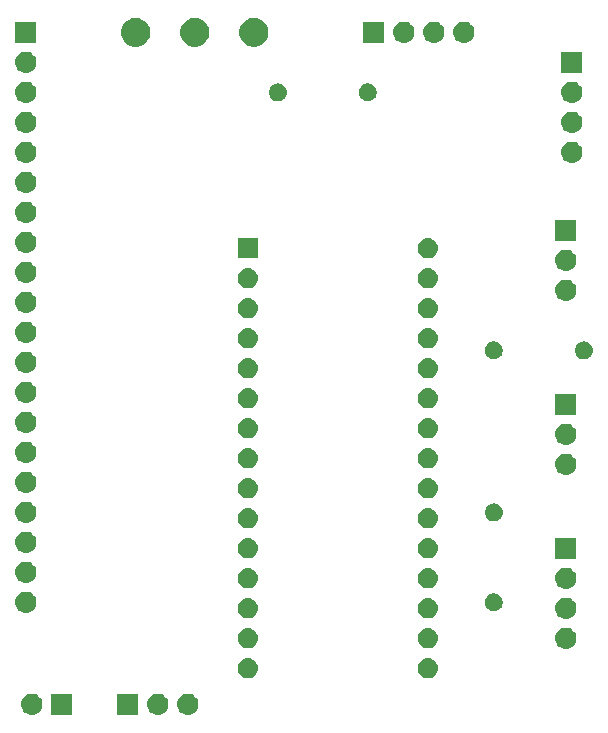
<source format=gbr>
G04 #@! TF.GenerationSoftware,KiCad,Pcbnew,(5.1.4)-1*
G04 #@! TF.CreationDate,2019-11-04T13:23:32-06:00*
G04 #@! TF.ProjectId,Plataforma-nano,506c6174-6166-46f7-926d-612d6e616e6f,rev?*
G04 #@! TF.SameCoordinates,Original*
G04 #@! TF.FileFunction,Soldermask,Top*
G04 #@! TF.FilePolarity,Negative*
%FSLAX46Y46*%
G04 Gerber Fmt 4.6, Leading zero omitted, Abs format (unit mm)*
G04 Created by KiCad (PCBNEW (5.1.4)-1) date 2019-11-04 13:23:32*
%MOMM*%
%LPD*%
G04 APERTURE LIST*
%ADD10C,0.100000*%
G04 APERTURE END LIST*
D10*
G36*
X79866442Y-132201518D02*
G01*
X79932627Y-132208037D01*
X80102466Y-132259557D01*
X80258991Y-132343222D01*
X80294729Y-132372552D01*
X80396186Y-132455814D01*
X80479448Y-132557271D01*
X80508778Y-132593009D01*
X80592443Y-132749534D01*
X80643963Y-132919373D01*
X80661359Y-133096000D01*
X80643963Y-133272627D01*
X80592443Y-133442466D01*
X80508778Y-133598991D01*
X80479448Y-133634729D01*
X80396186Y-133736186D01*
X80294729Y-133819448D01*
X80258991Y-133848778D01*
X80102466Y-133932443D01*
X79932627Y-133983963D01*
X79866443Y-133990481D01*
X79800260Y-133997000D01*
X79711740Y-133997000D01*
X79645557Y-133990481D01*
X79579373Y-133983963D01*
X79409534Y-133932443D01*
X79253009Y-133848778D01*
X79217271Y-133819448D01*
X79115814Y-133736186D01*
X79032552Y-133634729D01*
X79003222Y-133598991D01*
X78919557Y-133442466D01*
X78868037Y-133272627D01*
X78850641Y-133096000D01*
X78868037Y-132919373D01*
X78919557Y-132749534D01*
X79003222Y-132593009D01*
X79032552Y-132557271D01*
X79115814Y-132455814D01*
X79217271Y-132372552D01*
X79253009Y-132343222D01*
X79409534Y-132259557D01*
X79579373Y-132208037D01*
X79645558Y-132201518D01*
X79711740Y-132195000D01*
X79800260Y-132195000D01*
X79866442Y-132201518D01*
X79866442Y-132201518D01*
G37*
G36*
X77326442Y-132201518D02*
G01*
X77392627Y-132208037D01*
X77562466Y-132259557D01*
X77718991Y-132343222D01*
X77754729Y-132372552D01*
X77856186Y-132455814D01*
X77939448Y-132557271D01*
X77968778Y-132593009D01*
X78052443Y-132749534D01*
X78103963Y-132919373D01*
X78121359Y-133096000D01*
X78103963Y-133272627D01*
X78052443Y-133442466D01*
X77968778Y-133598991D01*
X77939448Y-133634729D01*
X77856186Y-133736186D01*
X77754729Y-133819448D01*
X77718991Y-133848778D01*
X77562466Y-133932443D01*
X77392627Y-133983963D01*
X77326443Y-133990481D01*
X77260260Y-133997000D01*
X77171740Y-133997000D01*
X77105557Y-133990481D01*
X77039373Y-133983963D01*
X76869534Y-133932443D01*
X76713009Y-133848778D01*
X76677271Y-133819448D01*
X76575814Y-133736186D01*
X76492552Y-133634729D01*
X76463222Y-133598991D01*
X76379557Y-133442466D01*
X76328037Y-133272627D01*
X76310641Y-133096000D01*
X76328037Y-132919373D01*
X76379557Y-132749534D01*
X76463222Y-132593009D01*
X76492552Y-132557271D01*
X76575814Y-132455814D01*
X76677271Y-132372552D01*
X76713009Y-132343222D01*
X76869534Y-132259557D01*
X77039373Y-132208037D01*
X77105558Y-132201518D01*
X77171740Y-132195000D01*
X77260260Y-132195000D01*
X77326442Y-132201518D01*
X77326442Y-132201518D01*
G37*
G36*
X69989000Y-133997000D02*
G01*
X68187000Y-133997000D01*
X68187000Y-132195000D01*
X69989000Y-132195000D01*
X69989000Y-133997000D01*
X69989000Y-133997000D01*
G37*
G36*
X75577000Y-133997000D02*
G01*
X73775000Y-133997000D01*
X73775000Y-132195000D01*
X75577000Y-132195000D01*
X75577000Y-133997000D01*
X75577000Y-133997000D01*
G37*
G36*
X66658442Y-132201518D02*
G01*
X66724627Y-132208037D01*
X66894466Y-132259557D01*
X67050991Y-132343222D01*
X67086729Y-132372552D01*
X67188186Y-132455814D01*
X67271448Y-132557271D01*
X67300778Y-132593009D01*
X67384443Y-132749534D01*
X67435963Y-132919373D01*
X67453359Y-133096000D01*
X67435963Y-133272627D01*
X67384443Y-133442466D01*
X67300778Y-133598991D01*
X67271448Y-133634729D01*
X67188186Y-133736186D01*
X67086729Y-133819448D01*
X67050991Y-133848778D01*
X66894466Y-133932443D01*
X66724627Y-133983963D01*
X66658443Y-133990481D01*
X66592260Y-133997000D01*
X66503740Y-133997000D01*
X66437557Y-133990481D01*
X66371373Y-133983963D01*
X66201534Y-133932443D01*
X66045009Y-133848778D01*
X66009271Y-133819448D01*
X65907814Y-133736186D01*
X65824552Y-133634729D01*
X65795222Y-133598991D01*
X65711557Y-133442466D01*
X65660037Y-133272627D01*
X65642641Y-133096000D01*
X65660037Y-132919373D01*
X65711557Y-132749534D01*
X65795222Y-132593009D01*
X65824552Y-132557271D01*
X65907814Y-132455814D01*
X66009271Y-132372552D01*
X66045009Y-132343222D01*
X66201534Y-132259557D01*
X66371373Y-132208037D01*
X66437558Y-132201518D01*
X66503740Y-132195000D01*
X66592260Y-132195000D01*
X66658442Y-132201518D01*
X66658442Y-132201518D01*
G37*
G36*
X100242823Y-129209313D02*
G01*
X100403242Y-129257976D01*
X100535906Y-129328886D01*
X100551078Y-129336996D01*
X100680659Y-129443341D01*
X100787004Y-129572922D01*
X100787005Y-129572924D01*
X100866024Y-129720758D01*
X100914687Y-129881177D01*
X100931117Y-130048000D01*
X100914687Y-130214823D01*
X100866024Y-130375242D01*
X100795114Y-130507906D01*
X100787004Y-130523078D01*
X100680659Y-130652659D01*
X100551078Y-130759004D01*
X100551076Y-130759005D01*
X100403242Y-130838024D01*
X100242823Y-130886687D01*
X100117804Y-130899000D01*
X100034196Y-130899000D01*
X99909177Y-130886687D01*
X99748758Y-130838024D01*
X99600924Y-130759005D01*
X99600922Y-130759004D01*
X99471341Y-130652659D01*
X99364996Y-130523078D01*
X99356886Y-130507906D01*
X99285976Y-130375242D01*
X99237313Y-130214823D01*
X99220883Y-130048000D01*
X99237313Y-129881177D01*
X99285976Y-129720758D01*
X99364995Y-129572924D01*
X99364996Y-129572922D01*
X99471341Y-129443341D01*
X99600922Y-129336996D01*
X99616094Y-129328886D01*
X99748758Y-129257976D01*
X99909177Y-129209313D01*
X100034196Y-129197000D01*
X100117804Y-129197000D01*
X100242823Y-129209313D01*
X100242823Y-129209313D01*
G37*
G36*
X85002823Y-129209313D02*
G01*
X85163242Y-129257976D01*
X85295906Y-129328886D01*
X85311078Y-129336996D01*
X85440659Y-129443341D01*
X85547004Y-129572922D01*
X85547005Y-129572924D01*
X85626024Y-129720758D01*
X85674687Y-129881177D01*
X85691117Y-130048000D01*
X85674687Y-130214823D01*
X85626024Y-130375242D01*
X85555114Y-130507906D01*
X85547004Y-130523078D01*
X85440659Y-130652659D01*
X85311078Y-130759004D01*
X85311076Y-130759005D01*
X85163242Y-130838024D01*
X85002823Y-130886687D01*
X84877804Y-130899000D01*
X84794196Y-130899000D01*
X84669177Y-130886687D01*
X84508758Y-130838024D01*
X84360924Y-130759005D01*
X84360922Y-130759004D01*
X84231341Y-130652659D01*
X84124996Y-130523078D01*
X84116886Y-130507906D01*
X84045976Y-130375242D01*
X83997313Y-130214823D01*
X83980883Y-130048000D01*
X83997313Y-129881177D01*
X84045976Y-129720758D01*
X84124995Y-129572924D01*
X84124996Y-129572922D01*
X84231341Y-129443341D01*
X84360922Y-129336996D01*
X84376094Y-129328886D01*
X84508758Y-129257976D01*
X84669177Y-129209313D01*
X84794196Y-129197000D01*
X84877804Y-129197000D01*
X85002823Y-129209313D01*
X85002823Y-129209313D01*
G37*
G36*
X111870442Y-126613518D02*
G01*
X111936627Y-126620037D01*
X112106466Y-126671557D01*
X112262991Y-126755222D01*
X112298729Y-126784552D01*
X112400186Y-126867814D01*
X112483448Y-126969271D01*
X112512778Y-127005009D01*
X112596443Y-127161534D01*
X112647963Y-127331373D01*
X112665359Y-127508000D01*
X112647963Y-127684627D01*
X112596443Y-127854466D01*
X112512778Y-128010991D01*
X112483448Y-128046729D01*
X112400186Y-128148186D01*
X112298729Y-128231448D01*
X112262991Y-128260778D01*
X112106466Y-128344443D01*
X111936627Y-128395963D01*
X111870443Y-128402481D01*
X111804260Y-128409000D01*
X111715740Y-128409000D01*
X111649557Y-128402481D01*
X111583373Y-128395963D01*
X111413534Y-128344443D01*
X111257009Y-128260778D01*
X111221271Y-128231448D01*
X111119814Y-128148186D01*
X111036552Y-128046729D01*
X111007222Y-128010991D01*
X110923557Y-127854466D01*
X110872037Y-127684627D01*
X110854641Y-127508000D01*
X110872037Y-127331373D01*
X110923557Y-127161534D01*
X111007222Y-127005009D01*
X111036552Y-126969271D01*
X111119814Y-126867814D01*
X111221271Y-126784552D01*
X111257009Y-126755222D01*
X111413534Y-126671557D01*
X111583373Y-126620037D01*
X111649558Y-126613518D01*
X111715740Y-126607000D01*
X111804260Y-126607000D01*
X111870442Y-126613518D01*
X111870442Y-126613518D01*
G37*
G36*
X100242823Y-126669313D02*
G01*
X100403242Y-126717976D01*
X100472922Y-126755221D01*
X100551078Y-126796996D01*
X100680659Y-126903341D01*
X100787004Y-127032922D01*
X100787005Y-127032924D01*
X100866024Y-127180758D01*
X100914687Y-127341177D01*
X100931117Y-127508000D01*
X100914687Y-127674823D01*
X100866024Y-127835242D01*
X100855747Y-127854468D01*
X100787004Y-127983078D01*
X100680659Y-128112659D01*
X100551078Y-128219004D01*
X100551076Y-128219005D01*
X100403242Y-128298024D01*
X100242823Y-128346687D01*
X100117804Y-128359000D01*
X100034196Y-128359000D01*
X99909177Y-128346687D01*
X99748758Y-128298024D01*
X99600924Y-128219005D01*
X99600922Y-128219004D01*
X99471341Y-128112659D01*
X99364996Y-127983078D01*
X99296253Y-127854468D01*
X99285976Y-127835242D01*
X99237313Y-127674823D01*
X99220883Y-127508000D01*
X99237313Y-127341177D01*
X99285976Y-127180758D01*
X99364995Y-127032924D01*
X99364996Y-127032922D01*
X99471341Y-126903341D01*
X99600922Y-126796996D01*
X99679078Y-126755221D01*
X99748758Y-126717976D01*
X99909177Y-126669313D01*
X100034196Y-126657000D01*
X100117804Y-126657000D01*
X100242823Y-126669313D01*
X100242823Y-126669313D01*
G37*
G36*
X85002823Y-126669313D02*
G01*
X85163242Y-126717976D01*
X85232922Y-126755221D01*
X85311078Y-126796996D01*
X85440659Y-126903341D01*
X85547004Y-127032922D01*
X85547005Y-127032924D01*
X85626024Y-127180758D01*
X85674687Y-127341177D01*
X85691117Y-127508000D01*
X85674687Y-127674823D01*
X85626024Y-127835242D01*
X85615747Y-127854468D01*
X85547004Y-127983078D01*
X85440659Y-128112659D01*
X85311078Y-128219004D01*
X85311076Y-128219005D01*
X85163242Y-128298024D01*
X85002823Y-128346687D01*
X84877804Y-128359000D01*
X84794196Y-128359000D01*
X84669177Y-128346687D01*
X84508758Y-128298024D01*
X84360924Y-128219005D01*
X84360922Y-128219004D01*
X84231341Y-128112659D01*
X84124996Y-127983078D01*
X84056253Y-127854468D01*
X84045976Y-127835242D01*
X83997313Y-127674823D01*
X83980883Y-127508000D01*
X83997313Y-127341177D01*
X84045976Y-127180758D01*
X84124995Y-127032924D01*
X84124996Y-127032922D01*
X84231341Y-126903341D01*
X84360922Y-126796996D01*
X84439078Y-126755221D01*
X84508758Y-126717976D01*
X84669177Y-126669313D01*
X84794196Y-126657000D01*
X84877804Y-126657000D01*
X85002823Y-126669313D01*
X85002823Y-126669313D01*
G37*
G36*
X111870443Y-124073519D02*
G01*
X111936627Y-124080037D01*
X112106466Y-124131557D01*
X112262991Y-124215222D01*
X112294329Y-124240941D01*
X112400186Y-124327814D01*
X112447964Y-124386033D01*
X112512778Y-124465009D01*
X112596443Y-124621534D01*
X112647963Y-124791373D01*
X112665359Y-124968000D01*
X112647963Y-125144627D01*
X112596443Y-125314466D01*
X112512778Y-125470991D01*
X112483448Y-125506729D01*
X112400186Y-125608186D01*
X112298729Y-125691448D01*
X112262991Y-125720778D01*
X112106466Y-125804443D01*
X111936627Y-125855963D01*
X111870443Y-125862481D01*
X111804260Y-125869000D01*
X111715740Y-125869000D01*
X111649557Y-125862481D01*
X111583373Y-125855963D01*
X111413534Y-125804443D01*
X111257009Y-125720778D01*
X111221271Y-125691448D01*
X111119814Y-125608186D01*
X111036552Y-125506729D01*
X111007222Y-125470991D01*
X110923557Y-125314466D01*
X110872037Y-125144627D01*
X110854641Y-124968000D01*
X110872037Y-124791373D01*
X110923557Y-124621534D01*
X111007222Y-124465009D01*
X111072036Y-124386033D01*
X111119814Y-124327814D01*
X111225671Y-124240941D01*
X111257009Y-124215222D01*
X111413534Y-124131557D01*
X111583373Y-124080037D01*
X111649557Y-124073519D01*
X111715740Y-124067000D01*
X111804260Y-124067000D01*
X111870443Y-124073519D01*
X111870443Y-124073519D01*
G37*
G36*
X100242823Y-124129313D02*
G01*
X100403242Y-124177976D01*
X100472922Y-124215221D01*
X100551078Y-124256996D01*
X100680659Y-124363341D01*
X100787004Y-124492922D01*
X100787005Y-124492924D01*
X100866024Y-124640758D01*
X100914687Y-124801177D01*
X100931117Y-124968000D01*
X100914687Y-125134823D01*
X100866024Y-125295242D01*
X100795114Y-125427906D01*
X100787004Y-125443078D01*
X100680659Y-125572659D01*
X100551078Y-125679004D01*
X100551076Y-125679005D01*
X100403242Y-125758024D01*
X100242823Y-125806687D01*
X100117804Y-125819000D01*
X100034196Y-125819000D01*
X99909177Y-125806687D01*
X99748758Y-125758024D01*
X99600924Y-125679005D01*
X99600922Y-125679004D01*
X99471341Y-125572659D01*
X99364996Y-125443078D01*
X99356886Y-125427906D01*
X99285976Y-125295242D01*
X99237313Y-125134823D01*
X99220883Y-124968000D01*
X99237313Y-124801177D01*
X99285976Y-124640758D01*
X99364995Y-124492924D01*
X99364996Y-124492922D01*
X99471341Y-124363341D01*
X99600922Y-124256996D01*
X99679078Y-124215221D01*
X99748758Y-124177976D01*
X99909177Y-124129313D01*
X100034196Y-124117000D01*
X100117804Y-124117000D01*
X100242823Y-124129313D01*
X100242823Y-124129313D01*
G37*
G36*
X85002823Y-124129313D02*
G01*
X85163242Y-124177976D01*
X85232922Y-124215221D01*
X85311078Y-124256996D01*
X85440659Y-124363341D01*
X85547004Y-124492922D01*
X85547005Y-124492924D01*
X85626024Y-124640758D01*
X85674687Y-124801177D01*
X85691117Y-124968000D01*
X85674687Y-125134823D01*
X85626024Y-125295242D01*
X85555114Y-125427906D01*
X85547004Y-125443078D01*
X85440659Y-125572659D01*
X85311078Y-125679004D01*
X85311076Y-125679005D01*
X85163242Y-125758024D01*
X85002823Y-125806687D01*
X84877804Y-125819000D01*
X84794196Y-125819000D01*
X84669177Y-125806687D01*
X84508758Y-125758024D01*
X84360924Y-125679005D01*
X84360922Y-125679004D01*
X84231341Y-125572659D01*
X84124996Y-125443078D01*
X84116886Y-125427906D01*
X84045976Y-125295242D01*
X83997313Y-125134823D01*
X83980883Y-124968000D01*
X83997313Y-124801177D01*
X84045976Y-124640758D01*
X84124995Y-124492924D01*
X84124996Y-124492922D01*
X84231341Y-124363341D01*
X84360922Y-124256996D01*
X84439078Y-124215221D01*
X84508758Y-124177976D01*
X84669177Y-124129313D01*
X84794196Y-124117000D01*
X84877804Y-124117000D01*
X85002823Y-124129313D01*
X85002823Y-124129313D01*
G37*
G36*
X66150442Y-123565518D02*
G01*
X66216627Y-123572037D01*
X66386466Y-123623557D01*
X66542991Y-123707222D01*
X66545157Y-123709000D01*
X66680186Y-123819814D01*
X66763448Y-123921271D01*
X66792778Y-123957009D01*
X66876443Y-124113534D01*
X66927963Y-124283373D01*
X66945359Y-124460000D01*
X66927963Y-124636627D01*
X66876443Y-124806466D01*
X66792778Y-124962991D01*
X66788667Y-124968000D01*
X66680186Y-125100186D01*
X66580323Y-125182140D01*
X66542991Y-125212778D01*
X66386466Y-125296443D01*
X66216627Y-125347963D01*
X66150442Y-125354482D01*
X66084260Y-125361000D01*
X65995740Y-125361000D01*
X65929558Y-125354482D01*
X65863373Y-125347963D01*
X65693534Y-125296443D01*
X65537009Y-125212778D01*
X65499677Y-125182140D01*
X65399814Y-125100186D01*
X65291333Y-124968000D01*
X65287222Y-124962991D01*
X65203557Y-124806466D01*
X65152037Y-124636627D01*
X65134641Y-124460000D01*
X65152037Y-124283373D01*
X65203557Y-124113534D01*
X65287222Y-123957009D01*
X65316552Y-123921271D01*
X65399814Y-123819814D01*
X65534843Y-123709000D01*
X65537009Y-123707222D01*
X65693534Y-123623557D01*
X65863373Y-123572037D01*
X65929558Y-123565518D01*
X65995740Y-123559000D01*
X66084260Y-123559000D01*
X66150442Y-123565518D01*
X66150442Y-123565518D01*
G37*
G36*
X105883059Y-123737860D02*
G01*
X106019732Y-123794472D01*
X106142735Y-123876660D01*
X106247340Y-123981265D01*
X106247341Y-123981267D01*
X106329529Y-124104270D01*
X106386140Y-124240941D01*
X106415000Y-124386032D01*
X106415000Y-124533968D01*
X106394580Y-124636627D01*
X106386140Y-124679059D01*
X106329528Y-124815732D01*
X106247340Y-124938735D01*
X106142735Y-125043340D01*
X106019732Y-125125528D01*
X106019731Y-125125529D01*
X106019730Y-125125529D01*
X105883059Y-125182140D01*
X105737968Y-125211000D01*
X105590032Y-125211000D01*
X105444941Y-125182140D01*
X105308270Y-125125529D01*
X105308269Y-125125529D01*
X105308268Y-125125528D01*
X105185265Y-125043340D01*
X105080660Y-124938735D01*
X104998472Y-124815732D01*
X104941860Y-124679059D01*
X104933420Y-124636627D01*
X104913000Y-124533968D01*
X104913000Y-124386032D01*
X104941860Y-124240941D01*
X104998471Y-124104270D01*
X105080659Y-123981267D01*
X105080660Y-123981265D01*
X105185265Y-123876660D01*
X105308268Y-123794472D01*
X105444941Y-123737860D01*
X105590032Y-123709000D01*
X105737968Y-123709000D01*
X105883059Y-123737860D01*
X105883059Y-123737860D01*
G37*
G36*
X111870443Y-121533519D02*
G01*
X111936627Y-121540037D01*
X112106466Y-121591557D01*
X112262991Y-121675222D01*
X112298729Y-121704552D01*
X112400186Y-121787814D01*
X112483448Y-121889271D01*
X112512778Y-121925009D01*
X112596443Y-122081534D01*
X112647963Y-122251373D01*
X112665359Y-122428000D01*
X112647963Y-122604627D01*
X112596443Y-122774466D01*
X112512778Y-122930991D01*
X112483448Y-122966729D01*
X112400186Y-123068186D01*
X112298729Y-123151448D01*
X112262991Y-123180778D01*
X112106466Y-123264443D01*
X111936627Y-123315963D01*
X111870442Y-123322482D01*
X111804260Y-123329000D01*
X111715740Y-123329000D01*
X111649558Y-123322482D01*
X111583373Y-123315963D01*
X111413534Y-123264443D01*
X111257009Y-123180778D01*
X111221271Y-123151448D01*
X111119814Y-123068186D01*
X111036552Y-122966729D01*
X111007222Y-122930991D01*
X110923557Y-122774466D01*
X110872037Y-122604627D01*
X110854641Y-122428000D01*
X110872037Y-122251373D01*
X110923557Y-122081534D01*
X111007222Y-121925009D01*
X111036552Y-121889271D01*
X111119814Y-121787814D01*
X111221271Y-121704552D01*
X111257009Y-121675222D01*
X111413534Y-121591557D01*
X111583373Y-121540037D01*
X111649557Y-121533519D01*
X111715740Y-121527000D01*
X111804260Y-121527000D01*
X111870443Y-121533519D01*
X111870443Y-121533519D01*
G37*
G36*
X85002823Y-121589313D02*
G01*
X85163242Y-121637976D01*
X85232922Y-121675221D01*
X85311078Y-121716996D01*
X85440659Y-121823341D01*
X85547004Y-121952922D01*
X85547005Y-121952924D01*
X85626024Y-122100758D01*
X85674687Y-122261177D01*
X85691117Y-122428000D01*
X85674687Y-122594823D01*
X85626024Y-122755242D01*
X85555114Y-122887906D01*
X85547004Y-122903078D01*
X85440659Y-123032659D01*
X85311078Y-123139004D01*
X85311076Y-123139005D01*
X85163242Y-123218024D01*
X85002823Y-123266687D01*
X84877804Y-123279000D01*
X84794196Y-123279000D01*
X84669177Y-123266687D01*
X84508758Y-123218024D01*
X84360924Y-123139005D01*
X84360922Y-123139004D01*
X84231341Y-123032659D01*
X84124996Y-122903078D01*
X84116886Y-122887906D01*
X84045976Y-122755242D01*
X83997313Y-122594823D01*
X83980883Y-122428000D01*
X83997313Y-122261177D01*
X84045976Y-122100758D01*
X84124995Y-121952924D01*
X84124996Y-121952922D01*
X84231341Y-121823341D01*
X84360922Y-121716996D01*
X84439078Y-121675221D01*
X84508758Y-121637976D01*
X84669177Y-121589313D01*
X84794196Y-121577000D01*
X84877804Y-121577000D01*
X85002823Y-121589313D01*
X85002823Y-121589313D01*
G37*
G36*
X100242823Y-121589313D02*
G01*
X100403242Y-121637976D01*
X100472922Y-121675221D01*
X100551078Y-121716996D01*
X100680659Y-121823341D01*
X100787004Y-121952922D01*
X100787005Y-121952924D01*
X100866024Y-122100758D01*
X100914687Y-122261177D01*
X100931117Y-122428000D01*
X100914687Y-122594823D01*
X100866024Y-122755242D01*
X100795114Y-122887906D01*
X100787004Y-122903078D01*
X100680659Y-123032659D01*
X100551078Y-123139004D01*
X100551076Y-123139005D01*
X100403242Y-123218024D01*
X100242823Y-123266687D01*
X100117804Y-123279000D01*
X100034196Y-123279000D01*
X99909177Y-123266687D01*
X99748758Y-123218024D01*
X99600924Y-123139005D01*
X99600922Y-123139004D01*
X99471341Y-123032659D01*
X99364996Y-122903078D01*
X99356886Y-122887906D01*
X99285976Y-122755242D01*
X99237313Y-122594823D01*
X99220883Y-122428000D01*
X99237313Y-122261177D01*
X99285976Y-122100758D01*
X99364995Y-121952924D01*
X99364996Y-121952922D01*
X99471341Y-121823341D01*
X99600922Y-121716996D01*
X99679078Y-121675221D01*
X99748758Y-121637976D01*
X99909177Y-121589313D01*
X100034196Y-121577000D01*
X100117804Y-121577000D01*
X100242823Y-121589313D01*
X100242823Y-121589313D01*
G37*
G36*
X66150442Y-121025518D02*
G01*
X66216627Y-121032037D01*
X66386466Y-121083557D01*
X66542991Y-121167222D01*
X66578729Y-121196552D01*
X66680186Y-121279814D01*
X66763448Y-121381271D01*
X66792778Y-121417009D01*
X66876443Y-121573534D01*
X66927963Y-121743373D01*
X66945359Y-121920000D01*
X66927963Y-122096627D01*
X66876443Y-122266466D01*
X66792778Y-122422991D01*
X66788667Y-122428000D01*
X66680186Y-122560186D01*
X66578729Y-122643448D01*
X66542991Y-122672778D01*
X66386466Y-122756443D01*
X66216627Y-122807963D01*
X66150443Y-122814481D01*
X66084260Y-122821000D01*
X65995740Y-122821000D01*
X65929557Y-122814481D01*
X65863373Y-122807963D01*
X65693534Y-122756443D01*
X65537009Y-122672778D01*
X65501271Y-122643448D01*
X65399814Y-122560186D01*
X65291333Y-122428000D01*
X65287222Y-122422991D01*
X65203557Y-122266466D01*
X65152037Y-122096627D01*
X65134641Y-121920000D01*
X65152037Y-121743373D01*
X65203557Y-121573534D01*
X65287222Y-121417009D01*
X65316552Y-121381271D01*
X65399814Y-121279814D01*
X65501271Y-121196552D01*
X65537009Y-121167222D01*
X65693534Y-121083557D01*
X65863373Y-121032037D01*
X65929558Y-121025518D01*
X65995740Y-121019000D01*
X66084260Y-121019000D01*
X66150442Y-121025518D01*
X66150442Y-121025518D01*
G37*
G36*
X112661000Y-120789000D02*
G01*
X110859000Y-120789000D01*
X110859000Y-118987000D01*
X112661000Y-118987000D01*
X112661000Y-120789000D01*
X112661000Y-120789000D01*
G37*
G36*
X100242823Y-119049313D02*
G01*
X100403242Y-119097976D01*
X100535906Y-119168886D01*
X100551078Y-119176996D01*
X100680659Y-119283341D01*
X100787004Y-119412922D01*
X100787005Y-119412924D01*
X100866024Y-119560758D01*
X100914687Y-119721177D01*
X100931117Y-119888000D01*
X100914687Y-120054823D01*
X100866024Y-120215242D01*
X100795114Y-120347906D01*
X100787004Y-120363078D01*
X100680659Y-120492659D01*
X100551078Y-120599004D01*
X100551076Y-120599005D01*
X100403242Y-120678024D01*
X100242823Y-120726687D01*
X100117804Y-120739000D01*
X100034196Y-120739000D01*
X99909177Y-120726687D01*
X99748758Y-120678024D01*
X99600924Y-120599005D01*
X99600922Y-120599004D01*
X99471341Y-120492659D01*
X99364996Y-120363078D01*
X99356886Y-120347906D01*
X99285976Y-120215242D01*
X99237313Y-120054823D01*
X99220883Y-119888000D01*
X99237313Y-119721177D01*
X99285976Y-119560758D01*
X99364995Y-119412924D01*
X99364996Y-119412922D01*
X99471341Y-119283341D01*
X99600922Y-119176996D01*
X99616094Y-119168886D01*
X99748758Y-119097976D01*
X99909177Y-119049313D01*
X100034196Y-119037000D01*
X100117804Y-119037000D01*
X100242823Y-119049313D01*
X100242823Y-119049313D01*
G37*
G36*
X85002823Y-119049313D02*
G01*
X85163242Y-119097976D01*
X85295906Y-119168886D01*
X85311078Y-119176996D01*
X85440659Y-119283341D01*
X85547004Y-119412922D01*
X85547005Y-119412924D01*
X85626024Y-119560758D01*
X85674687Y-119721177D01*
X85691117Y-119888000D01*
X85674687Y-120054823D01*
X85626024Y-120215242D01*
X85555114Y-120347906D01*
X85547004Y-120363078D01*
X85440659Y-120492659D01*
X85311078Y-120599004D01*
X85311076Y-120599005D01*
X85163242Y-120678024D01*
X85002823Y-120726687D01*
X84877804Y-120739000D01*
X84794196Y-120739000D01*
X84669177Y-120726687D01*
X84508758Y-120678024D01*
X84360924Y-120599005D01*
X84360922Y-120599004D01*
X84231341Y-120492659D01*
X84124996Y-120363078D01*
X84116886Y-120347906D01*
X84045976Y-120215242D01*
X83997313Y-120054823D01*
X83980883Y-119888000D01*
X83997313Y-119721177D01*
X84045976Y-119560758D01*
X84124995Y-119412924D01*
X84124996Y-119412922D01*
X84231341Y-119283341D01*
X84360922Y-119176996D01*
X84376094Y-119168886D01*
X84508758Y-119097976D01*
X84669177Y-119049313D01*
X84794196Y-119037000D01*
X84877804Y-119037000D01*
X85002823Y-119049313D01*
X85002823Y-119049313D01*
G37*
G36*
X66150442Y-118485518D02*
G01*
X66216627Y-118492037D01*
X66386466Y-118543557D01*
X66542991Y-118627222D01*
X66578729Y-118656552D01*
X66680186Y-118739814D01*
X66763448Y-118841271D01*
X66792778Y-118877009D01*
X66876443Y-119033534D01*
X66927963Y-119203373D01*
X66945359Y-119380000D01*
X66927963Y-119556627D01*
X66876443Y-119726466D01*
X66792778Y-119882991D01*
X66788667Y-119888000D01*
X66680186Y-120020186D01*
X66578729Y-120103448D01*
X66542991Y-120132778D01*
X66386466Y-120216443D01*
X66216627Y-120267963D01*
X66150442Y-120274482D01*
X66084260Y-120281000D01*
X65995740Y-120281000D01*
X65929558Y-120274482D01*
X65863373Y-120267963D01*
X65693534Y-120216443D01*
X65537009Y-120132778D01*
X65501271Y-120103448D01*
X65399814Y-120020186D01*
X65291333Y-119888000D01*
X65287222Y-119882991D01*
X65203557Y-119726466D01*
X65152037Y-119556627D01*
X65134641Y-119380000D01*
X65152037Y-119203373D01*
X65203557Y-119033534D01*
X65287222Y-118877009D01*
X65316552Y-118841271D01*
X65399814Y-118739814D01*
X65501271Y-118656552D01*
X65537009Y-118627222D01*
X65693534Y-118543557D01*
X65863373Y-118492037D01*
X65929558Y-118485518D01*
X65995740Y-118479000D01*
X66084260Y-118479000D01*
X66150442Y-118485518D01*
X66150442Y-118485518D01*
G37*
G36*
X85002823Y-116509313D02*
G01*
X85163242Y-116557976D01*
X85295906Y-116628886D01*
X85311078Y-116636996D01*
X85440659Y-116743341D01*
X85547004Y-116872922D01*
X85547005Y-116872924D01*
X85626024Y-117020758D01*
X85674687Y-117181177D01*
X85691117Y-117348000D01*
X85674687Y-117514823D01*
X85626024Y-117675242D01*
X85555114Y-117807906D01*
X85547004Y-117823078D01*
X85440659Y-117952659D01*
X85311078Y-118059004D01*
X85311076Y-118059005D01*
X85163242Y-118138024D01*
X85002823Y-118186687D01*
X84877804Y-118199000D01*
X84794196Y-118199000D01*
X84669177Y-118186687D01*
X84508758Y-118138024D01*
X84360924Y-118059005D01*
X84360922Y-118059004D01*
X84231341Y-117952659D01*
X84124996Y-117823078D01*
X84116886Y-117807906D01*
X84045976Y-117675242D01*
X83997313Y-117514823D01*
X83980883Y-117348000D01*
X83997313Y-117181177D01*
X84045976Y-117020758D01*
X84124995Y-116872924D01*
X84124996Y-116872922D01*
X84231341Y-116743341D01*
X84360922Y-116636996D01*
X84376094Y-116628886D01*
X84508758Y-116557976D01*
X84669177Y-116509313D01*
X84794196Y-116497000D01*
X84877804Y-116497000D01*
X85002823Y-116509313D01*
X85002823Y-116509313D01*
G37*
G36*
X100242823Y-116509313D02*
G01*
X100403242Y-116557976D01*
X100535906Y-116628886D01*
X100551078Y-116636996D01*
X100680659Y-116743341D01*
X100787004Y-116872922D01*
X100787005Y-116872924D01*
X100866024Y-117020758D01*
X100914687Y-117181177D01*
X100931117Y-117348000D01*
X100914687Y-117514823D01*
X100866024Y-117675242D01*
X100795114Y-117807906D01*
X100787004Y-117823078D01*
X100680659Y-117952659D01*
X100551078Y-118059004D01*
X100551076Y-118059005D01*
X100403242Y-118138024D01*
X100242823Y-118186687D01*
X100117804Y-118199000D01*
X100034196Y-118199000D01*
X99909177Y-118186687D01*
X99748758Y-118138024D01*
X99600924Y-118059005D01*
X99600922Y-118059004D01*
X99471341Y-117952659D01*
X99364996Y-117823078D01*
X99356886Y-117807906D01*
X99285976Y-117675242D01*
X99237313Y-117514823D01*
X99220883Y-117348000D01*
X99237313Y-117181177D01*
X99285976Y-117020758D01*
X99364995Y-116872924D01*
X99364996Y-116872922D01*
X99471341Y-116743341D01*
X99600922Y-116636996D01*
X99616094Y-116628886D01*
X99748758Y-116557976D01*
X99909177Y-116509313D01*
X100034196Y-116497000D01*
X100117804Y-116497000D01*
X100242823Y-116509313D01*
X100242823Y-116509313D01*
G37*
G36*
X66150442Y-115945518D02*
G01*
X66216627Y-115952037D01*
X66386466Y-116003557D01*
X66542991Y-116087222D01*
X66578729Y-116116552D01*
X66680186Y-116199814D01*
X66763448Y-116301271D01*
X66792778Y-116337009D01*
X66876443Y-116493534D01*
X66927963Y-116663373D01*
X66945359Y-116840000D01*
X66927963Y-117016627D01*
X66876443Y-117186466D01*
X66792778Y-117342991D01*
X66788667Y-117348000D01*
X66680186Y-117480186D01*
X66610725Y-117537190D01*
X66542991Y-117592778D01*
X66386466Y-117676443D01*
X66216627Y-117727963D01*
X66150442Y-117734482D01*
X66084260Y-117741000D01*
X65995740Y-117741000D01*
X65929558Y-117734482D01*
X65863373Y-117727963D01*
X65693534Y-117676443D01*
X65537009Y-117592778D01*
X65469275Y-117537190D01*
X65399814Y-117480186D01*
X65291333Y-117348000D01*
X65287222Y-117342991D01*
X65203557Y-117186466D01*
X65152037Y-117016627D01*
X65134641Y-116840000D01*
X65152037Y-116663373D01*
X65203557Y-116493534D01*
X65287222Y-116337009D01*
X65316552Y-116301271D01*
X65399814Y-116199814D01*
X65501271Y-116116552D01*
X65537009Y-116087222D01*
X65693534Y-116003557D01*
X65863373Y-115952037D01*
X65929558Y-115945518D01*
X65995740Y-115939000D01*
X66084260Y-115939000D01*
X66150442Y-115945518D01*
X66150442Y-115945518D01*
G37*
G36*
X105737665Y-116092622D02*
G01*
X105811222Y-116099867D01*
X105952786Y-116142810D01*
X106083252Y-116212546D01*
X106113040Y-116236992D01*
X106197607Y-116306393D01*
X106267008Y-116390960D01*
X106291454Y-116420748D01*
X106361190Y-116551214D01*
X106404133Y-116692778D01*
X106418633Y-116840000D01*
X106404133Y-116987222D01*
X106361190Y-117128786D01*
X106291454Y-117259252D01*
X106267008Y-117289040D01*
X106197607Y-117373607D01*
X106113040Y-117443008D01*
X106083252Y-117467454D01*
X105952786Y-117537190D01*
X105811222Y-117580133D01*
X105737665Y-117587378D01*
X105700888Y-117591000D01*
X105627112Y-117591000D01*
X105590335Y-117587378D01*
X105516778Y-117580133D01*
X105375214Y-117537190D01*
X105244748Y-117467454D01*
X105214960Y-117443008D01*
X105130393Y-117373607D01*
X105060992Y-117289040D01*
X105036546Y-117259252D01*
X104966810Y-117128786D01*
X104923867Y-116987222D01*
X104909367Y-116840000D01*
X104923867Y-116692778D01*
X104966810Y-116551214D01*
X105036546Y-116420748D01*
X105060992Y-116390960D01*
X105130393Y-116306393D01*
X105214960Y-116236992D01*
X105244748Y-116212546D01*
X105375214Y-116142810D01*
X105516778Y-116099867D01*
X105590335Y-116092622D01*
X105627112Y-116089000D01*
X105700888Y-116089000D01*
X105737665Y-116092622D01*
X105737665Y-116092622D01*
G37*
G36*
X100242823Y-113969313D02*
G01*
X100403242Y-114017976D01*
X100535906Y-114088886D01*
X100551078Y-114096996D01*
X100680659Y-114203341D01*
X100787004Y-114332922D01*
X100787005Y-114332924D01*
X100866024Y-114480758D01*
X100914687Y-114641177D01*
X100931117Y-114808000D01*
X100914687Y-114974823D01*
X100866024Y-115135242D01*
X100795114Y-115267906D01*
X100787004Y-115283078D01*
X100680659Y-115412659D01*
X100551078Y-115519004D01*
X100551076Y-115519005D01*
X100403242Y-115598024D01*
X100242823Y-115646687D01*
X100117804Y-115659000D01*
X100034196Y-115659000D01*
X99909177Y-115646687D01*
X99748758Y-115598024D01*
X99600924Y-115519005D01*
X99600922Y-115519004D01*
X99471341Y-115412659D01*
X99364996Y-115283078D01*
X99356886Y-115267906D01*
X99285976Y-115135242D01*
X99237313Y-114974823D01*
X99220883Y-114808000D01*
X99237313Y-114641177D01*
X99285976Y-114480758D01*
X99364995Y-114332924D01*
X99364996Y-114332922D01*
X99471341Y-114203341D01*
X99600922Y-114096996D01*
X99616094Y-114088886D01*
X99748758Y-114017976D01*
X99909177Y-113969313D01*
X100034196Y-113957000D01*
X100117804Y-113957000D01*
X100242823Y-113969313D01*
X100242823Y-113969313D01*
G37*
G36*
X85002823Y-113969313D02*
G01*
X85163242Y-114017976D01*
X85295906Y-114088886D01*
X85311078Y-114096996D01*
X85440659Y-114203341D01*
X85547004Y-114332922D01*
X85547005Y-114332924D01*
X85626024Y-114480758D01*
X85674687Y-114641177D01*
X85691117Y-114808000D01*
X85674687Y-114974823D01*
X85626024Y-115135242D01*
X85555114Y-115267906D01*
X85547004Y-115283078D01*
X85440659Y-115412659D01*
X85311078Y-115519004D01*
X85311076Y-115519005D01*
X85163242Y-115598024D01*
X85002823Y-115646687D01*
X84877804Y-115659000D01*
X84794196Y-115659000D01*
X84669177Y-115646687D01*
X84508758Y-115598024D01*
X84360924Y-115519005D01*
X84360922Y-115519004D01*
X84231341Y-115412659D01*
X84124996Y-115283078D01*
X84116886Y-115267906D01*
X84045976Y-115135242D01*
X83997313Y-114974823D01*
X83980883Y-114808000D01*
X83997313Y-114641177D01*
X84045976Y-114480758D01*
X84124995Y-114332924D01*
X84124996Y-114332922D01*
X84231341Y-114203341D01*
X84360922Y-114096996D01*
X84376094Y-114088886D01*
X84508758Y-114017976D01*
X84669177Y-113969313D01*
X84794196Y-113957000D01*
X84877804Y-113957000D01*
X85002823Y-113969313D01*
X85002823Y-113969313D01*
G37*
G36*
X66150443Y-113405519D02*
G01*
X66216627Y-113412037D01*
X66386466Y-113463557D01*
X66542991Y-113547222D01*
X66578729Y-113576552D01*
X66680186Y-113659814D01*
X66763448Y-113761271D01*
X66792778Y-113797009D01*
X66876443Y-113953534D01*
X66927963Y-114123373D01*
X66945359Y-114300000D01*
X66927963Y-114476627D01*
X66876443Y-114646466D01*
X66792778Y-114802991D01*
X66788667Y-114808000D01*
X66680186Y-114940186D01*
X66578729Y-115023448D01*
X66542991Y-115052778D01*
X66386466Y-115136443D01*
X66216627Y-115187963D01*
X66150442Y-115194482D01*
X66084260Y-115201000D01*
X65995740Y-115201000D01*
X65929558Y-115194482D01*
X65863373Y-115187963D01*
X65693534Y-115136443D01*
X65537009Y-115052778D01*
X65501271Y-115023448D01*
X65399814Y-114940186D01*
X65291333Y-114808000D01*
X65287222Y-114802991D01*
X65203557Y-114646466D01*
X65152037Y-114476627D01*
X65134641Y-114300000D01*
X65152037Y-114123373D01*
X65203557Y-113953534D01*
X65287222Y-113797009D01*
X65316552Y-113761271D01*
X65399814Y-113659814D01*
X65501271Y-113576552D01*
X65537009Y-113547222D01*
X65693534Y-113463557D01*
X65863373Y-113412037D01*
X65929557Y-113405519D01*
X65995740Y-113399000D01*
X66084260Y-113399000D01*
X66150443Y-113405519D01*
X66150443Y-113405519D01*
G37*
G36*
X111870442Y-111881518D02*
G01*
X111936627Y-111888037D01*
X112106466Y-111939557D01*
X112262991Y-112023222D01*
X112298729Y-112052552D01*
X112400186Y-112135814D01*
X112483448Y-112237271D01*
X112512778Y-112273009D01*
X112596443Y-112429534D01*
X112647963Y-112599373D01*
X112665359Y-112776000D01*
X112647963Y-112952627D01*
X112596443Y-113122466D01*
X112512778Y-113278991D01*
X112483448Y-113314729D01*
X112400186Y-113416186D01*
X112298729Y-113499448D01*
X112262991Y-113528778D01*
X112106466Y-113612443D01*
X111936627Y-113663963D01*
X111870443Y-113670481D01*
X111804260Y-113677000D01*
X111715740Y-113677000D01*
X111649557Y-113670481D01*
X111583373Y-113663963D01*
X111413534Y-113612443D01*
X111257009Y-113528778D01*
X111221271Y-113499448D01*
X111119814Y-113416186D01*
X111036552Y-113314729D01*
X111007222Y-113278991D01*
X110923557Y-113122466D01*
X110872037Y-112952627D01*
X110854641Y-112776000D01*
X110872037Y-112599373D01*
X110923557Y-112429534D01*
X111007222Y-112273009D01*
X111036552Y-112237271D01*
X111119814Y-112135814D01*
X111221271Y-112052552D01*
X111257009Y-112023222D01*
X111413534Y-111939557D01*
X111583373Y-111888037D01*
X111649558Y-111881518D01*
X111715740Y-111875000D01*
X111804260Y-111875000D01*
X111870442Y-111881518D01*
X111870442Y-111881518D01*
G37*
G36*
X100242823Y-111429313D02*
G01*
X100403242Y-111477976D01*
X100535906Y-111548886D01*
X100551078Y-111556996D01*
X100680659Y-111663341D01*
X100787004Y-111792922D01*
X100787005Y-111792924D01*
X100866024Y-111940758D01*
X100914687Y-112101177D01*
X100931117Y-112268000D01*
X100914687Y-112434823D01*
X100866024Y-112595242D01*
X100795114Y-112727906D01*
X100787004Y-112743078D01*
X100680659Y-112872659D01*
X100551078Y-112979004D01*
X100551076Y-112979005D01*
X100403242Y-113058024D01*
X100242823Y-113106687D01*
X100117804Y-113119000D01*
X100034196Y-113119000D01*
X99909177Y-113106687D01*
X99748758Y-113058024D01*
X99600924Y-112979005D01*
X99600922Y-112979004D01*
X99471341Y-112872659D01*
X99364996Y-112743078D01*
X99356886Y-112727906D01*
X99285976Y-112595242D01*
X99237313Y-112434823D01*
X99220883Y-112268000D01*
X99237313Y-112101177D01*
X99285976Y-111940758D01*
X99364995Y-111792924D01*
X99364996Y-111792922D01*
X99471341Y-111663341D01*
X99600922Y-111556996D01*
X99616094Y-111548886D01*
X99748758Y-111477976D01*
X99909177Y-111429313D01*
X100034196Y-111417000D01*
X100117804Y-111417000D01*
X100242823Y-111429313D01*
X100242823Y-111429313D01*
G37*
G36*
X85002823Y-111429313D02*
G01*
X85163242Y-111477976D01*
X85295906Y-111548886D01*
X85311078Y-111556996D01*
X85440659Y-111663341D01*
X85547004Y-111792922D01*
X85547005Y-111792924D01*
X85626024Y-111940758D01*
X85674687Y-112101177D01*
X85691117Y-112268000D01*
X85674687Y-112434823D01*
X85626024Y-112595242D01*
X85555114Y-112727906D01*
X85547004Y-112743078D01*
X85440659Y-112872659D01*
X85311078Y-112979004D01*
X85311076Y-112979005D01*
X85163242Y-113058024D01*
X85002823Y-113106687D01*
X84877804Y-113119000D01*
X84794196Y-113119000D01*
X84669177Y-113106687D01*
X84508758Y-113058024D01*
X84360924Y-112979005D01*
X84360922Y-112979004D01*
X84231341Y-112872659D01*
X84124996Y-112743078D01*
X84116886Y-112727906D01*
X84045976Y-112595242D01*
X83997313Y-112434823D01*
X83980883Y-112268000D01*
X83997313Y-112101177D01*
X84045976Y-111940758D01*
X84124995Y-111792924D01*
X84124996Y-111792922D01*
X84231341Y-111663341D01*
X84360922Y-111556996D01*
X84376094Y-111548886D01*
X84508758Y-111477976D01*
X84669177Y-111429313D01*
X84794196Y-111417000D01*
X84877804Y-111417000D01*
X85002823Y-111429313D01*
X85002823Y-111429313D01*
G37*
G36*
X66150442Y-110865518D02*
G01*
X66216627Y-110872037D01*
X66386466Y-110923557D01*
X66542991Y-111007222D01*
X66578729Y-111036552D01*
X66680186Y-111119814D01*
X66763448Y-111221271D01*
X66792778Y-111257009D01*
X66876443Y-111413534D01*
X66927963Y-111583373D01*
X66945359Y-111760000D01*
X66927963Y-111936627D01*
X66876443Y-112106466D01*
X66792778Y-112262991D01*
X66763448Y-112298729D01*
X66680186Y-112400186D01*
X66578729Y-112483448D01*
X66542991Y-112512778D01*
X66386466Y-112596443D01*
X66216627Y-112647963D01*
X66150442Y-112654482D01*
X66084260Y-112661000D01*
X65995740Y-112661000D01*
X65929558Y-112654482D01*
X65863373Y-112647963D01*
X65693534Y-112596443D01*
X65537009Y-112512778D01*
X65501271Y-112483448D01*
X65399814Y-112400186D01*
X65316552Y-112298729D01*
X65287222Y-112262991D01*
X65203557Y-112106466D01*
X65152037Y-111936627D01*
X65134641Y-111760000D01*
X65152037Y-111583373D01*
X65203557Y-111413534D01*
X65287222Y-111257009D01*
X65316552Y-111221271D01*
X65399814Y-111119814D01*
X65501271Y-111036552D01*
X65537009Y-111007222D01*
X65693534Y-110923557D01*
X65863373Y-110872037D01*
X65929558Y-110865518D01*
X65995740Y-110859000D01*
X66084260Y-110859000D01*
X66150442Y-110865518D01*
X66150442Y-110865518D01*
G37*
G36*
X111870442Y-109341518D02*
G01*
X111936627Y-109348037D01*
X112106466Y-109399557D01*
X112262991Y-109483222D01*
X112298729Y-109512552D01*
X112400186Y-109595814D01*
X112483448Y-109697271D01*
X112512778Y-109733009D01*
X112596443Y-109889534D01*
X112647963Y-110059373D01*
X112665359Y-110236000D01*
X112647963Y-110412627D01*
X112596443Y-110582466D01*
X112512778Y-110738991D01*
X112483448Y-110774729D01*
X112400186Y-110876186D01*
X112298729Y-110959448D01*
X112262991Y-110988778D01*
X112106466Y-111072443D01*
X111936627Y-111123963D01*
X111870442Y-111130482D01*
X111804260Y-111137000D01*
X111715740Y-111137000D01*
X111649558Y-111130482D01*
X111583373Y-111123963D01*
X111413534Y-111072443D01*
X111257009Y-110988778D01*
X111221271Y-110959448D01*
X111119814Y-110876186D01*
X111036552Y-110774729D01*
X111007222Y-110738991D01*
X110923557Y-110582466D01*
X110872037Y-110412627D01*
X110854641Y-110236000D01*
X110872037Y-110059373D01*
X110923557Y-109889534D01*
X111007222Y-109733009D01*
X111036552Y-109697271D01*
X111119814Y-109595814D01*
X111221271Y-109512552D01*
X111257009Y-109483222D01*
X111413534Y-109399557D01*
X111583373Y-109348037D01*
X111649558Y-109341518D01*
X111715740Y-109335000D01*
X111804260Y-109335000D01*
X111870442Y-109341518D01*
X111870442Y-109341518D01*
G37*
G36*
X100242823Y-108889313D02*
G01*
X100403242Y-108937976D01*
X100535906Y-109008886D01*
X100551078Y-109016996D01*
X100680659Y-109123341D01*
X100787004Y-109252922D01*
X100787005Y-109252924D01*
X100866024Y-109400758D01*
X100914687Y-109561177D01*
X100931117Y-109728000D01*
X100914687Y-109894823D01*
X100866024Y-110055242D01*
X100795114Y-110187906D01*
X100787004Y-110203078D01*
X100680659Y-110332659D01*
X100551078Y-110439004D01*
X100551076Y-110439005D01*
X100403242Y-110518024D01*
X100242823Y-110566687D01*
X100117804Y-110579000D01*
X100034196Y-110579000D01*
X99909177Y-110566687D01*
X99748758Y-110518024D01*
X99600924Y-110439005D01*
X99600922Y-110439004D01*
X99471341Y-110332659D01*
X99364996Y-110203078D01*
X99356886Y-110187906D01*
X99285976Y-110055242D01*
X99237313Y-109894823D01*
X99220883Y-109728000D01*
X99237313Y-109561177D01*
X99285976Y-109400758D01*
X99364995Y-109252924D01*
X99364996Y-109252922D01*
X99471341Y-109123341D01*
X99600922Y-109016996D01*
X99616094Y-109008886D01*
X99748758Y-108937976D01*
X99909177Y-108889313D01*
X100034196Y-108877000D01*
X100117804Y-108877000D01*
X100242823Y-108889313D01*
X100242823Y-108889313D01*
G37*
G36*
X85002823Y-108889313D02*
G01*
X85163242Y-108937976D01*
X85295906Y-109008886D01*
X85311078Y-109016996D01*
X85440659Y-109123341D01*
X85547004Y-109252922D01*
X85547005Y-109252924D01*
X85626024Y-109400758D01*
X85674687Y-109561177D01*
X85691117Y-109728000D01*
X85674687Y-109894823D01*
X85626024Y-110055242D01*
X85555114Y-110187906D01*
X85547004Y-110203078D01*
X85440659Y-110332659D01*
X85311078Y-110439004D01*
X85311076Y-110439005D01*
X85163242Y-110518024D01*
X85002823Y-110566687D01*
X84877804Y-110579000D01*
X84794196Y-110579000D01*
X84669177Y-110566687D01*
X84508758Y-110518024D01*
X84360924Y-110439005D01*
X84360922Y-110439004D01*
X84231341Y-110332659D01*
X84124996Y-110203078D01*
X84116886Y-110187906D01*
X84045976Y-110055242D01*
X83997313Y-109894823D01*
X83980883Y-109728000D01*
X83997313Y-109561177D01*
X84045976Y-109400758D01*
X84124995Y-109252924D01*
X84124996Y-109252922D01*
X84231341Y-109123341D01*
X84360922Y-109016996D01*
X84376094Y-109008886D01*
X84508758Y-108937976D01*
X84669177Y-108889313D01*
X84794196Y-108877000D01*
X84877804Y-108877000D01*
X85002823Y-108889313D01*
X85002823Y-108889313D01*
G37*
G36*
X66150443Y-108325519D02*
G01*
X66216627Y-108332037D01*
X66386466Y-108383557D01*
X66542991Y-108467222D01*
X66578729Y-108496552D01*
X66680186Y-108579814D01*
X66763448Y-108681271D01*
X66792778Y-108717009D01*
X66876443Y-108873534D01*
X66927963Y-109043373D01*
X66945359Y-109220000D01*
X66927963Y-109396627D01*
X66876443Y-109566466D01*
X66792778Y-109722991D01*
X66763448Y-109758729D01*
X66680186Y-109860186D01*
X66578729Y-109943448D01*
X66542991Y-109972778D01*
X66386466Y-110056443D01*
X66216627Y-110107963D01*
X66150443Y-110114481D01*
X66084260Y-110121000D01*
X65995740Y-110121000D01*
X65929557Y-110114481D01*
X65863373Y-110107963D01*
X65693534Y-110056443D01*
X65537009Y-109972778D01*
X65501271Y-109943448D01*
X65399814Y-109860186D01*
X65316552Y-109758729D01*
X65287222Y-109722991D01*
X65203557Y-109566466D01*
X65152037Y-109396627D01*
X65134641Y-109220000D01*
X65152037Y-109043373D01*
X65203557Y-108873534D01*
X65287222Y-108717009D01*
X65316552Y-108681271D01*
X65399814Y-108579814D01*
X65501271Y-108496552D01*
X65537009Y-108467222D01*
X65693534Y-108383557D01*
X65863373Y-108332037D01*
X65929557Y-108325519D01*
X65995740Y-108319000D01*
X66084260Y-108319000D01*
X66150443Y-108325519D01*
X66150443Y-108325519D01*
G37*
G36*
X112661000Y-108597000D02*
G01*
X110859000Y-108597000D01*
X110859000Y-106795000D01*
X112661000Y-106795000D01*
X112661000Y-108597000D01*
X112661000Y-108597000D01*
G37*
G36*
X100242823Y-106349313D02*
G01*
X100403242Y-106397976D01*
X100535906Y-106468886D01*
X100551078Y-106476996D01*
X100680659Y-106583341D01*
X100787004Y-106712922D01*
X100787005Y-106712924D01*
X100866024Y-106860758D01*
X100914687Y-107021177D01*
X100931117Y-107188000D01*
X100914687Y-107354823D01*
X100866024Y-107515242D01*
X100795114Y-107647906D01*
X100787004Y-107663078D01*
X100680659Y-107792659D01*
X100551078Y-107899004D01*
X100551076Y-107899005D01*
X100403242Y-107978024D01*
X100242823Y-108026687D01*
X100117804Y-108039000D01*
X100034196Y-108039000D01*
X99909177Y-108026687D01*
X99748758Y-107978024D01*
X99600924Y-107899005D01*
X99600922Y-107899004D01*
X99471341Y-107792659D01*
X99364996Y-107663078D01*
X99356886Y-107647906D01*
X99285976Y-107515242D01*
X99237313Y-107354823D01*
X99220883Y-107188000D01*
X99237313Y-107021177D01*
X99285976Y-106860758D01*
X99364995Y-106712924D01*
X99364996Y-106712922D01*
X99471341Y-106583341D01*
X99600922Y-106476996D01*
X99616094Y-106468886D01*
X99748758Y-106397976D01*
X99909177Y-106349313D01*
X100034196Y-106337000D01*
X100117804Y-106337000D01*
X100242823Y-106349313D01*
X100242823Y-106349313D01*
G37*
G36*
X85002823Y-106349313D02*
G01*
X85163242Y-106397976D01*
X85295906Y-106468886D01*
X85311078Y-106476996D01*
X85440659Y-106583341D01*
X85547004Y-106712922D01*
X85547005Y-106712924D01*
X85626024Y-106860758D01*
X85674687Y-107021177D01*
X85691117Y-107188000D01*
X85674687Y-107354823D01*
X85626024Y-107515242D01*
X85555114Y-107647906D01*
X85547004Y-107663078D01*
X85440659Y-107792659D01*
X85311078Y-107899004D01*
X85311076Y-107899005D01*
X85163242Y-107978024D01*
X85002823Y-108026687D01*
X84877804Y-108039000D01*
X84794196Y-108039000D01*
X84669177Y-108026687D01*
X84508758Y-107978024D01*
X84360924Y-107899005D01*
X84360922Y-107899004D01*
X84231341Y-107792659D01*
X84124996Y-107663078D01*
X84116886Y-107647906D01*
X84045976Y-107515242D01*
X83997313Y-107354823D01*
X83980883Y-107188000D01*
X83997313Y-107021177D01*
X84045976Y-106860758D01*
X84124995Y-106712924D01*
X84124996Y-106712922D01*
X84231341Y-106583341D01*
X84360922Y-106476996D01*
X84376094Y-106468886D01*
X84508758Y-106397976D01*
X84669177Y-106349313D01*
X84794196Y-106337000D01*
X84877804Y-106337000D01*
X85002823Y-106349313D01*
X85002823Y-106349313D01*
G37*
G36*
X66150443Y-105785519D02*
G01*
X66216627Y-105792037D01*
X66386466Y-105843557D01*
X66542991Y-105927222D01*
X66578729Y-105956552D01*
X66680186Y-106039814D01*
X66763448Y-106141271D01*
X66792778Y-106177009D01*
X66876443Y-106333534D01*
X66927963Y-106503373D01*
X66945359Y-106680000D01*
X66927963Y-106856627D01*
X66876443Y-107026466D01*
X66792778Y-107182991D01*
X66788667Y-107188000D01*
X66680186Y-107320186D01*
X66578729Y-107403448D01*
X66542991Y-107432778D01*
X66386466Y-107516443D01*
X66216627Y-107567963D01*
X66150443Y-107574481D01*
X66084260Y-107581000D01*
X65995740Y-107581000D01*
X65929557Y-107574481D01*
X65863373Y-107567963D01*
X65693534Y-107516443D01*
X65537009Y-107432778D01*
X65501271Y-107403448D01*
X65399814Y-107320186D01*
X65291333Y-107188000D01*
X65287222Y-107182991D01*
X65203557Y-107026466D01*
X65152037Y-106856627D01*
X65134641Y-106680000D01*
X65152037Y-106503373D01*
X65203557Y-106333534D01*
X65287222Y-106177009D01*
X65316552Y-106141271D01*
X65399814Y-106039814D01*
X65501271Y-105956552D01*
X65537009Y-105927222D01*
X65693534Y-105843557D01*
X65863373Y-105792037D01*
X65929557Y-105785519D01*
X65995740Y-105779000D01*
X66084260Y-105779000D01*
X66150443Y-105785519D01*
X66150443Y-105785519D01*
G37*
G36*
X100242823Y-103809313D02*
G01*
X100403242Y-103857976D01*
X100535906Y-103928886D01*
X100551078Y-103936996D01*
X100680659Y-104043341D01*
X100787004Y-104172922D01*
X100787005Y-104172924D01*
X100866024Y-104320758D01*
X100914687Y-104481177D01*
X100931117Y-104648000D01*
X100914687Y-104814823D01*
X100866024Y-104975242D01*
X100795114Y-105107906D01*
X100787004Y-105123078D01*
X100680659Y-105252659D01*
X100551078Y-105359004D01*
X100551076Y-105359005D01*
X100403242Y-105438024D01*
X100242823Y-105486687D01*
X100117804Y-105499000D01*
X100034196Y-105499000D01*
X99909177Y-105486687D01*
X99748758Y-105438024D01*
X99600924Y-105359005D01*
X99600922Y-105359004D01*
X99471341Y-105252659D01*
X99364996Y-105123078D01*
X99356886Y-105107906D01*
X99285976Y-104975242D01*
X99237313Y-104814823D01*
X99220883Y-104648000D01*
X99237313Y-104481177D01*
X99285976Y-104320758D01*
X99364995Y-104172924D01*
X99364996Y-104172922D01*
X99471341Y-104043341D01*
X99600922Y-103936996D01*
X99616094Y-103928886D01*
X99748758Y-103857976D01*
X99909177Y-103809313D01*
X100034196Y-103797000D01*
X100117804Y-103797000D01*
X100242823Y-103809313D01*
X100242823Y-103809313D01*
G37*
G36*
X85002823Y-103809313D02*
G01*
X85163242Y-103857976D01*
X85295906Y-103928886D01*
X85311078Y-103936996D01*
X85440659Y-104043341D01*
X85547004Y-104172922D01*
X85547005Y-104172924D01*
X85626024Y-104320758D01*
X85674687Y-104481177D01*
X85691117Y-104648000D01*
X85674687Y-104814823D01*
X85626024Y-104975242D01*
X85555114Y-105107906D01*
X85547004Y-105123078D01*
X85440659Y-105252659D01*
X85311078Y-105359004D01*
X85311076Y-105359005D01*
X85163242Y-105438024D01*
X85002823Y-105486687D01*
X84877804Y-105499000D01*
X84794196Y-105499000D01*
X84669177Y-105486687D01*
X84508758Y-105438024D01*
X84360924Y-105359005D01*
X84360922Y-105359004D01*
X84231341Y-105252659D01*
X84124996Y-105123078D01*
X84116886Y-105107906D01*
X84045976Y-104975242D01*
X83997313Y-104814823D01*
X83980883Y-104648000D01*
X83997313Y-104481177D01*
X84045976Y-104320758D01*
X84124995Y-104172924D01*
X84124996Y-104172922D01*
X84231341Y-104043341D01*
X84360922Y-103936996D01*
X84376094Y-103928886D01*
X84508758Y-103857976D01*
X84669177Y-103809313D01*
X84794196Y-103797000D01*
X84877804Y-103797000D01*
X85002823Y-103809313D01*
X85002823Y-103809313D01*
G37*
G36*
X66150443Y-103245519D02*
G01*
X66216627Y-103252037D01*
X66386466Y-103303557D01*
X66542991Y-103387222D01*
X66574141Y-103412786D01*
X66680186Y-103499814D01*
X66763448Y-103601271D01*
X66792778Y-103637009D01*
X66876443Y-103793534D01*
X66927963Y-103963373D01*
X66945359Y-104140000D01*
X66927963Y-104316627D01*
X66876443Y-104486466D01*
X66792778Y-104642991D01*
X66788667Y-104648000D01*
X66680186Y-104780186D01*
X66578729Y-104863448D01*
X66542991Y-104892778D01*
X66386466Y-104976443D01*
X66216627Y-105027963D01*
X66150442Y-105034482D01*
X66084260Y-105041000D01*
X65995740Y-105041000D01*
X65929557Y-105034481D01*
X65863373Y-105027963D01*
X65693534Y-104976443D01*
X65537009Y-104892778D01*
X65501271Y-104863448D01*
X65399814Y-104780186D01*
X65291333Y-104648000D01*
X65287222Y-104642991D01*
X65203557Y-104486466D01*
X65152037Y-104316627D01*
X65134641Y-104140000D01*
X65152037Y-103963373D01*
X65203557Y-103793534D01*
X65287222Y-103637009D01*
X65316552Y-103601271D01*
X65399814Y-103499814D01*
X65505859Y-103412786D01*
X65537009Y-103387222D01*
X65693534Y-103303557D01*
X65863373Y-103252037D01*
X65929558Y-103245518D01*
X65995740Y-103239000D01*
X66084260Y-103239000D01*
X66150443Y-103245519D01*
X66150443Y-103245519D01*
G37*
G36*
X105883059Y-102401860D02*
G01*
X105966550Y-102436443D01*
X106019732Y-102458472D01*
X106142735Y-102540660D01*
X106247340Y-102645265D01*
X106329528Y-102768268D01*
X106386140Y-102904941D01*
X106415000Y-103050033D01*
X106415000Y-103197967D01*
X106386140Y-103343059D01*
X106329528Y-103479732D01*
X106247340Y-103602735D01*
X106142735Y-103707340D01*
X106019732Y-103789528D01*
X106019731Y-103789529D01*
X106019730Y-103789529D01*
X105883059Y-103846140D01*
X105737968Y-103875000D01*
X105590032Y-103875000D01*
X105444941Y-103846140D01*
X105308270Y-103789529D01*
X105308269Y-103789529D01*
X105308268Y-103789528D01*
X105185265Y-103707340D01*
X105080660Y-103602735D01*
X104998472Y-103479732D01*
X104941860Y-103343059D01*
X104913000Y-103197967D01*
X104913000Y-103050033D01*
X104941860Y-102904941D01*
X104998472Y-102768268D01*
X105080660Y-102645265D01*
X105185265Y-102540660D01*
X105308268Y-102458472D01*
X105361451Y-102436443D01*
X105444941Y-102401860D01*
X105590032Y-102373000D01*
X105737968Y-102373000D01*
X105883059Y-102401860D01*
X105883059Y-102401860D01*
G37*
G36*
X113357665Y-102376622D02*
G01*
X113431222Y-102383867D01*
X113572786Y-102426810D01*
X113572788Y-102426811D01*
X113588561Y-102435242D01*
X113703252Y-102496546D01*
X113708679Y-102501000D01*
X113817607Y-102590393D01*
X113887008Y-102674960D01*
X113911454Y-102704748D01*
X113981190Y-102835214D01*
X114024133Y-102976778D01*
X114038633Y-103124000D01*
X114024133Y-103271222D01*
X113981190Y-103412786D01*
X113911454Y-103543252D01*
X113887008Y-103573040D01*
X113817607Y-103657607D01*
X113757004Y-103707341D01*
X113703252Y-103751454D01*
X113572786Y-103821190D01*
X113431222Y-103864133D01*
X113357665Y-103871378D01*
X113320888Y-103875000D01*
X113247112Y-103875000D01*
X113210335Y-103871378D01*
X113136778Y-103864133D01*
X112995214Y-103821190D01*
X112864748Y-103751454D01*
X112810996Y-103707341D01*
X112750393Y-103657607D01*
X112680992Y-103573040D01*
X112656546Y-103543252D01*
X112586810Y-103412786D01*
X112543867Y-103271222D01*
X112529367Y-103124000D01*
X112543867Y-102976778D01*
X112586810Y-102835214D01*
X112656546Y-102704748D01*
X112680992Y-102674960D01*
X112750393Y-102590393D01*
X112859321Y-102501000D01*
X112864748Y-102496546D01*
X112979439Y-102435242D01*
X112995212Y-102426811D01*
X112995214Y-102426810D01*
X113136778Y-102383867D01*
X113210335Y-102376622D01*
X113247112Y-102373000D01*
X113320888Y-102373000D01*
X113357665Y-102376622D01*
X113357665Y-102376622D01*
G37*
G36*
X85002823Y-101269313D02*
G01*
X85163242Y-101317976D01*
X85295906Y-101388886D01*
X85311078Y-101396996D01*
X85440659Y-101503341D01*
X85547004Y-101632922D01*
X85547005Y-101632924D01*
X85626024Y-101780758D01*
X85674687Y-101941177D01*
X85691117Y-102108000D01*
X85674687Y-102274823D01*
X85626024Y-102435242D01*
X85569677Y-102540659D01*
X85547004Y-102583078D01*
X85440659Y-102712659D01*
X85311078Y-102819004D01*
X85311076Y-102819005D01*
X85163242Y-102898024D01*
X85002823Y-102946687D01*
X84877804Y-102959000D01*
X84794196Y-102959000D01*
X84669177Y-102946687D01*
X84508758Y-102898024D01*
X84360924Y-102819005D01*
X84360922Y-102819004D01*
X84231341Y-102712659D01*
X84124996Y-102583078D01*
X84102323Y-102540659D01*
X84045976Y-102435242D01*
X83997313Y-102274823D01*
X83980883Y-102108000D01*
X83997313Y-101941177D01*
X84045976Y-101780758D01*
X84124995Y-101632924D01*
X84124996Y-101632922D01*
X84231341Y-101503341D01*
X84360922Y-101396996D01*
X84376094Y-101388886D01*
X84508758Y-101317976D01*
X84669177Y-101269313D01*
X84794196Y-101257000D01*
X84877804Y-101257000D01*
X85002823Y-101269313D01*
X85002823Y-101269313D01*
G37*
G36*
X100242823Y-101269313D02*
G01*
X100403242Y-101317976D01*
X100535906Y-101388886D01*
X100551078Y-101396996D01*
X100680659Y-101503341D01*
X100787004Y-101632922D01*
X100787005Y-101632924D01*
X100866024Y-101780758D01*
X100914687Y-101941177D01*
X100931117Y-102108000D01*
X100914687Y-102274823D01*
X100866024Y-102435242D01*
X100809677Y-102540659D01*
X100787004Y-102583078D01*
X100680659Y-102712659D01*
X100551078Y-102819004D01*
X100551076Y-102819005D01*
X100403242Y-102898024D01*
X100242823Y-102946687D01*
X100117804Y-102959000D01*
X100034196Y-102959000D01*
X99909177Y-102946687D01*
X99748758Y-102898024D01*
X99600924Y-102819005D01*
X99600922Y-102819004D01*
X99471341Y-102712659D01*
X99364996Y-102583078D01*
X99342323Y-102540659D01*
X99285976Y-102435242D01*
X99237313Y-102274823D01*
X99220883Y-102108000D01*
X99237313Y-101941177D01*
X99285976Y-101780758D01*
X99364995Y-101632924D01*
X99364996Y-101632922D01*
X99471341Y-101503341D01*
X99600922Y-101396996D01*
X99616094Y-101388886D01*
X99748758Y-101317976D01*
X99909177Y-101269313D01*
X100034196Y-101257000D01*
X100117804Y-101257000D01*
X100242823Y-101269313D01*
X100242823Y-101269313D01*
G37*
G36*
X66150443Y-100705519D02*
G01*
X66216627Y-100712037D01*
X66386466Y-100763557D01*
X66542991Y-100847222D01*
X66578729Y-100876552D01*
X66680186Y-100959814D01*
X66763448Y-101061271D01*
X66792778Y-101097009D01*
X66876443Y-101253534D01*
X66927963Y-101423373D01*
X66945359Y-101600000D01*
X66927963Y-101776627D01*
X66876443Y-101946466D01*
X66792778Y-102102991D01*
X66788667Y-102108000D01*
X66680186Y-102240186D01*
X66578729Y-102323448D01*
X66542991Y-102352778D01*
X66386466Y-102436443D01*
X66216627Y-102487963D01*
X66150442Y-102494482D01*
X66084260Y-102501000D01*
X65995740Y-102501000D01*
X65929558Y-102494482D01*
X65863373Y-102487963D01*
X65693534Y-102436443D01*
X65537009Y-102352778D01*
X65501271Y-102323448D01*
X65399814Y-102240186D01*
X65291333Y-102108000D01*
X65287222Y-102102991D01*
X65203557Y-101946466D01*
X65152037Y-101776627D01*
X65134641Y-101600000D01*
X65152037Y-101423373D01*
X65203557Y-101253534D01*
X65287222Y-101097009D01*
X65316552Y-101061271D01*
X65399814Y-100959814D01*
X65501271Y-100876552D01*
X65537009Y-100847222D01*
X65693534Y-100763557D01*
X65863373Y-100712037D01*
X65929557Y-100705519D01*
X65995740Y-100699000D01*
X66084260Y-100699000D01*
X66150443Y-100705519D01*
X66150443Y-100705519D01*
G37*
G36*
X85002823Y-98729313D02*
G01*
X85163242Y-98777976D01*
X85295906Y-98848886D01*
X85311078Y-98856996D01*
X85440659Y-98963341D01*
X85547004Y-99092922D01*
X85547005Y-99092924D01*
X85626024Y-99240758D01*
X85674687Y-99401177D01*
X85691117Y-99568000D01*
X85674687Y-99734823D01*
X85626024Y-99895242D01*
X85555114Y-100027906D01*
X85547004Y-100043078D01*
X85440659Y-100172659D01*
X85311078Y-100279004D01*
X85311076Y-100279005D01*
X85163242Y-100358024D01*
X85002823Y-100406687D01*
X84877804Y-100419000D01*
X84794196Y-100419000D01*
X84669177Y-100406687D01*
X84508758Y-100358024D01*
X84360924Y-100279005D01*
X84360922Y-100279004D01*
X84231341Y-100172659D01*
X84124996Y-100043078D01*
X84116886Y-100027906D01*
X84045976Y-99895242D01*
X83997313Y-99734823D01*
X83980883Y-99568000D01*
X83997313Y-99401177D01*
X84045976Y-99240758D01*
X84124995Y-99092924D01*
X84124996Y-99092922D01*
X84231341Y-98963341D01*
X84360922Y-98856996D01*
X84376094Y-98848886D01*
X84508758Y-98777976D01*
X84669177Y-98729313D01*
X84794196Y-98717000D01*
X84877804Y-98717000D01*
X85002823Y-98729313D01*
X85002823Y-98729313D01*
G37*
G36*
X100242823Y-98729313D02*
G01*
X100403242Y-98777976D01*
X100535906Y-98848886D01*
X100551078Y-98856996D01*
X100680659Y-98963341D01*
X100787004Y-99092922D01*
X100787005Y-99092924D01*
X100866024Y-99240758D01*
X100914687Y-99401177D01*
X100931117Y-99568000D01*
X100914687Y-99734823D01*
X100866024Y-99895242D01*
X100795114Y-100027906D01*
X100787004Y-100043078D01*
X100680659Y-100172659D01*
X100551078Y-100279004D01*
X100551076Y-100279005D01*
X100403242Y-100358024D01*
X100242823Y-100406687D01*
X100117804Y-100419000D01*
X100034196Y-100419000D01*
X99909177Y-100406687D01*
X99748758Y-100358024D01*
X99600924Y-100279005D01*
X99600922Y-100279004D01*
X99471341Y-100172659D01*
X99364996Y-100043078D01*
X99356886Y-100027906D01*
X99285976Y-99895242D01*
X99237313Y-99734823D01*
X99220883Y-99568000D01*
X99237313Y-99401177D01*
X99285976Y-99240758D01*
X99364995Y-99092924D01*
X99364996Y-99092922D01*
X99471341Y-98963341D01*
X99600922Y-98856996D01*
X99616094Y-98848886D01*
X99748758Y-98777976D01*
X99909177Y-98729313D01*
X100034196Y-98717000D01*
X100117804Y-98717000D01*
X100242823Y-98729313D01*
X100242823Y-98729313D01*
G37*
G36*
X66150443Y-98165519D02*
G01*
X66216627Y-98172037D01*
X66386466Y-98223557D01*
X66542991Y-98307222D01*
X66578729Y-98336552D01*
X66680186Y-98419814D01*
X66763448Y-98521271D01*
X66792778Y-98557009D01*
X66876443Y-98713534D01*
X66927963Y-98883373D01*
X66945359Y-99060000D01*
X66927963Y-99236627D01*
X66876443Y-99406466D01*
X66792778Y-99562991D01*
X66788667Y-99568000D01*
X66680186Y-99700186D01*
X66578729Y-99783448D01*
X66542991Y-99812778D01*
X66386466Y-99896443D01*
X66216627Y-99947963D01*
X66150443Y-99954481D01*
X66084260Y-99961000D01*
X65995740Y-99961000D01*
X65929557Y-99954481D01*
X65863373Y-99947963D01*
X65693534Y-99896443D01*
X65537009Y-99812778D01*
X65501271Y-99783448D01*
X65399814Y-99700186D01*
X65291333Y-99568000D01*
X65287222Y-99562991D01*
X65203557Y-99406466D01*
X65152037Y-99236627D01*
X65134641Y-99060000D01*
X65152037Y-98883373D01*
X65203557Y-98713534D01*
X65287222Y-98557009D01*
X65316552Y-98521271D01*
X65399814Y-98419814D01*
X65501271Y-98336552D01*
X65537009Y-98307222D01*
X65693534Y-98223557D01*
X65863373Y-98172037D01*
X65929557Y-98165519D01*
X65995740Y-98159000D01*
X66084260Y-98159000D01*
X66150443Y-98165519D01*
X66150443Y-98165519D01*
G37*
G36*
X111870443Y-97149519D02*
G01*
X111936627Y-97156037D01*
X112106466Y-97207557D01*
X112262991Y-97291222D01*
X112298729Y-97320552D01*
X112400186Y-97403814D01*
X112481647Y-97503076D01*
X112512778Y-97541009D01*
X112596443Y-97697534D01*
X112647963Y-97867373D01*
X112665359Y-98044000D01*
X112647963Y-98220627D01*
X112596443Y-98390466D01*
X112512778Y-98546991D01*
X112483448Y-98582729D01*
X112400186Y-98684186D01*
X112298729Y-98767448D01*
X112262991Y-98796778D01*
X112106466Y-98880443D01*
X111936627Y-98931963D01*
X111870443Y-98938481D01*
X111804260Y-98945000D01*
X111715740Y-98945000D01*
X111649558Y-98938482D01*
X111583373Y-98931963D01*
X111413534Y-98880443D01*
X111257009Y-98796778D01*
X111221271Y-98767448D01*
X111119814Y-98684186D01*
X111036552Y-98582729D01*
X111007222Y-98546991D01*
X110923557Y-98390466D01*
X110872037Y-98220627D01*
X110854641Y-98044000D01*
X110872037Y-97867373D01*
X110923557Y-97697534D01*
X111007222Y-97541009D01*
X111038353Y-97503076D01*
X111119814Y-97403814D01*
X111221271Y-97320552D01*
X111257009Y-97291222D01*
X111413534Y-97207557D01*
X111583373Y-97156037D01*
X111649558Y-97149518D01*
X111715740Y-97143000D01*
X111804260Y-97143000D01*
X111870443Y-97149519D01*
X111870443Y-97149519D01*
G37*
G36*
X85002823Y-96189313D02*
G01*
X85163242Y-96237976D01*
X85295906Y-96308886D01*
X85311078Y-96316996D01*
X85440659Y-96423341D01*
X85547004Y-96552922D01*
X85547005Y-96552924D01*
X85626024Y-96700758D01*
X85674687Y-96861177D01*
X85691117Y-97028000D01*
X85674687Y-97194823D01*
X85626024Y-97355242D01*
X85555114Y-97487906D01*
X85547004Y-97503078D01*
X85440659Y-97632659D01*
X85311078Y-97739004D01*
X85311076Y-97739005D01*
X85163242Y-97818024D01*
X85002823Y-97866687D01*
X84877804Y-97879000D01*
X84794196Y-97879000D01*
X84669177Y-97866687D01*
X84508758Y-97818024D01*
X84360924Y-97739005D01*
X84360922Y-97739004D01*
X84231341Y-97632659D01*
X84124996Y-97503078D01*
X84116886Y-97487906D01*
X84045976Y-97355242D01*
X83997313Y-97194823D01*
X83980883Y-97028000D01*
X83997313Y-96861177D01*
X84045976Y-96700758D01*
X84124995Y-96552924D01*
X84124996Y-96552922D01*
X84231341Y-96423341D01*
X84360922Y-96316996D01*
X84376094Y-96308886D01*
X84508758Y-96237976D01*
X84669177Y-96189313D01*
X84794196Y-96177000D01*
X84877804Y-96177000D01*
X85002823Y-96189313D01*
X85002823Y-96189313D01*
G37*
G36*
X100242823Y-96189313D02*
G01*
X100403242Y-96237976D01*
X100535906Y-96308886D01*
X100551078Y-96316996D01*
X100680659Y-96423341D01*
X100787004Y-96552922D01*
X100787005Y-96552924D01*
X100866024Y-96700758D01*
X100914687Y-96861177D01*
X100931117Y-97028000D01*
X100914687Y-97194823D01*
X100866024Y-97355242D01*
X100795114Y-97487906D01*
X100787004Y-97503078D01*
X100680659Y-97632659D01*
X100551078Y-97739004D01*
X100551076Y-97739005D01*
X100403242Y-97818024D01*
X100242823Y-97866687D01*
X100117804Y-97879000D01*
X100034196Y-97879000D01*
X99909177Y-97866687D01*
X99748758Y-97818024D01*
X99600924Y-97739005D01*
X99600922Y-97739004D01*
X99471341Y-97632659D01*
X99364996Y-97503078D01*
X99356886Y-97487906D01*
X99285976Y-97355242D01*
X99237313Y-97194823D01*
X99220883Y-97028000D01*
X99237313Y-96861177D01*
X99285976Y-96700758D01*
X99364995Y-96552924D01*
X99364996Y-96552922D01*
X99471341Y-96423341D01*
X99600922Y-96316996D01*
X99616094Y-96308886D01*
X99748758Y-96237976D01*
X99909177Y-96189313D01*
X100034196Y-96177000D01*
X100117804Y-96177000D01*
X100242823Y-96189313D01*
X100242823Y-96189313D01*
G37*
G36*
X66150442Y-95625518D02*
G01*
X66216627Y-95632037D01*
X66386466Y-95683557D01*
X66542991Y-95767222D01*
X66578729Y-95796552D01*
X66680186Y-95879814D01*
X66763448Y-95981271D01*
X66792778Y-96017009D01*
X66876443Y-96173534D01*
X66927963Y-96343373D01*
X66945359Y-96520000D01*
X66927963Y-96696627D01*
X66876443Y-96866466D01*
X66792778Y-97022991D01*
X66788667Y-97028000D01*
X66680186Y-97160186D01*
X66578729Y-97243448D01*
X66542991Y-97272778D01*
X66386466Y-97356443D01*
X66216627Y-97407963D01*
X66150442Y-97414482D01*
X66084260Y-97421000D01*
X65995740Y-97421000D01*
X65929558Y-97414482D01*
X65863373Y-97407963D01*
X65693534Y-97356443D01*
X65537009Y-97272778D01*
X65501271Y-97243448D01*
X65399814Y-97160186D01*
X65291333Y-97028000D01*
X65287222Y-97022991D01*
X65203557Y-96866466D01*
X65152037Y-96696627D01*
X65134641Y-96520000D01*
X65152037Y-96343373D01*
X65203557Y-96173534D01*
X65287222Y-96017009D01*
X65316552Y-95981271D01*
X65399814Y-95879814D01*
X65501271Y-95796552D01*
X65537009Y-95767222D01*
X65693534Y-95683557D01*
X65863373Y-95632037D01*
X65929558Y-95625518D01*
X65995740Y-95619000D01*
X66084260Y-95619000D01*
X66150442Y-95625518D01*
X66150442Y-95625518D01*
G37*
G36*
X111870442Y-94609518D02*
G01*
X111936627Y-94616037D01*
X112106466Y-94667557D01*
X112262991Y-94751222D01*
X112298729Y-94780552D01*
X112400186Y-94863814D01*
X112481647Y-94963076D01*
X112512778Y-95001009D01*
X112596443Y-95157534D01*
X112647963Y-95327373D01*
X112665359Y-95504000D01*
X112647963Y-95680627D01*
X112596443Y-95850466D01*
X112512778Y-96006991D01*
X112483448Y-96042729D01*
X112400186Y-96144186D01*
X112298729Y-96227448D01*
X112262991Y-96256778D01*
X112106466Y-96340443D01*
X111936627Y-96391963D01*
X111870442Y-96398482D01*
X111804260Y-96405000D01*
X111715740Y-96405000D01*
X111649558Y-96398482D01*
X111583373Y-96391963D01*
X111413534Y-96340443D01*
X111257009Y-96256778D01*
X111221271Y-96227448D01*
X111119814Y-96144186D01*
X111036552Y-96042729D01*
X111007222Y-96006991D01*
X110923557Y-95850466D01*
X110872037Y-95680627D01*
X110854641Y-95504000D01*
X110872037Y-95327373D01*
X110923557Y-95157534D01*
X111007222Y-95001009D01*
X111038353Y-94963076D01*
X111119814Y-94863814D01*
X111221271Y-94780552D01*
X111257009Y-94751222D01*
X111413534Y-94667557D01*
X111583373Y-94616037D01*
X111649558Y-94609518D01*
X111715740Y-94603000D01*
X111804260Y-94603000D01*
X111870442Y-94609518D01*
X111870442Y-94609518D01*
G37*
G36*
X85687000Y-95339000D02*
G01*
X83985000Y-95339000D01*
X83985000Y-93637000D01*
X85687000Y-93637000D01*
X85687000Y-95339000D01*
X85687000Y-95339000D01*
G37*
G36*
X100242823Y-93649313D02*
G01*
X100403242Y-93697976D01*
X100535906Y-93768886D01*
X100551078Y-93776996D01*
X100680659Y-93883341D01*
X100787004Y-94012922D01*
X100787005Y-94012924D01*
X100866024Y-94160758D01*
X100914687Y-94321177D01*
X100931117Y-94488000D01*
X100914687Y-94654823D01*
X100866024Y-94815242D01*
X100795114Y-94947906D01*
X100787004Y-94963078D01*
X100680659Y-95092659D01*
X100551078Y-95199004D01*
X100551076Y-95199005D01*
X100403242Y-95278024D01*
X100242823Y-95326687D01*
X100117804Y-95339000D01*
X100034196Y-95339000D01*
X99909177Y-95326687D01*
X99748758Y-95278024D01*
X99600924Y-95199005D01*
X99600922Y-95199004D01*
X99471341Y-95092659D01*
X99364996Y-94963078D01*
X99356886Y-94947906D01*
X99285976Y-94815242D01*
X99237313Y-94654823D01*
X99220883Y-94488000D01*
X99237313Y-94321177D01*
X99285976Y-94160758D01*
X99364995Y-94012924D01*
X99364996Y-94012922D01*
X99471341Y-93883341D01*
X99600922Y-93776996D01*
X99616094Y-93768886D01*
X99748758Y-93697976D01*
X99909177Y-93649313D01*
X100034196Y-93637000D01*
X100117804Y-93637000D01*
X100242823Y-93649313D01*
X100242823Y-93649313D01*
G37*
G36*
X66150443Y-93085519D02*
G01*
X66216627Y-93092037D01*
X66386466Y-93143557D01*
X66542991Y-93227222D01*
X66578729Y-93256552D01*
X66680186Y-93339814D01*
X66763448Y-93441271D01*
X66792778Y-93477009D01*
X66876443Y-93633534D01*
X66927963Y-93803373D01*
X66945359Y-93980000D01*
X66927963Y-94156627D01*
X66876443Y-94326466D01*
X66792778Y-94482991D01*
X66788667Y-94488000D01*
X66680186Y-94620186D01*
X66578729Y-94703448D01*
X66542991Y-94732778D01*
X66386466Y-94816443D01*
X66216627Y-94867963D01*
X66150443Y-94874481D01*
X66084260Y-94881000D01*
X65995740Y-94881000D01*
X65929557Y-94874481D01*
X65863373Y-94867963D01*
X65693534Y-94816443D01*
X65537009Y-94732778D01*
X65501271Y-94703448D01*
X65399814Y-94620186D01*
X65291333Y-94488000D01*
X65287222Y-94482991D01*
X65203557Y-94326466D01*
X65152037Y-94156627D01*
X65134641Y-93980000D01*
X65152037Y-93803373D01*
X65203557Y-93633534D01*
X65287222Y-93477009D01*
X65316552Y-93441271D01*
X65399814Y-93339814D01*
X65501271Y-93256552D01*
X65537009Y-93227222D01*
X65693534Y-93143557D01*
X65863373Y-93092037D01*
X65929557Y-93085519D01*
X65995740Y-93079000D01*
X66084260Y-93079000D01*
X66150443Y-93085519D01*
X66150443Y-93085519D01*
G37*
G36*
X112661000Y-93865000D02*
G01*
X110859000Y-93865000D01*
X110859000Y-92063000D01*
X112661000Y-92063000D01*
X112661000Y-93865000D01*
X112661000Y-93865000D01*
G37*
G36*
X66150443Y-90545519D02*
G01*
X66216627Y-90552037D01*
X66386466Y-90603557D01*
X66542991Y-90687222D01*
X66578729Y-90716552D01*
X66680186Y-90799814D01*
X66763448Y-90901271D01*
X66792778Y-90937009D01*
X66876443Y-91093534D01*
X66927963Y-91263373D01*
X66945359Y-91440000D01*
X66927963Y-91616627D01*
X66876443Y-91786466D01*
X66792778Y-91942991D01*
X66763448Y-91978729D01*
X66680186Y-92080186D01*
X66578729Y-92163448D01*
X66542991Y-92192778D01*
X66386466Y-92276443D01*
X66216627Y-92327963D01*
X66150443Y-92334481D01*
X66084260Y-92341000D01*
X65995740Y-92341000D01*
X65929557Y-92334481D01*
X65863373Y-92327963D01*
X65693534Y-92276443D01*
X65537009Y-92192778D01*
X65501271Y-92163448D01*
X65399814Y-92080186D01*
X65316552Y-91978729D01*
X65287222Y-91942991D01*
X65203557Y-91786466D01*
X65152037Y-91616627D01*
X65134641Y-91440000D01*
X65152037Y-91263373D01*
X65203557Y-91093534D01*
X65287222Y-90937009D01*
X65316552Y-90901271D01*
X65399814Y-90799814D01*
X65501271Y-90716552D01*
X65537009Y-90687222D01*
X65693534Y-90603557D01*
X65863373Y-90552037D01*
X65929557Y-90545519D01*
X65995740Y-90539000D01*
X66084260Y-90539000D01*
X66150443Y-90545519D01*
X66150443Y-90545519D01*
G37*
G36*
X66150443Y-88005519D02*
G01*
X66216627Y-88012037D01*
X66386466Y-88063557D01*
X66542991Y-88147222D01*
X66578729Y-88176552D01*
X66680186Y-88259814D01*
X66763448Y-88361271D01*
X66792778Y-88397009D01*
X66876443Y-88553534D01*
X66927963Y-88723373D01*
X66945359Y-88900000D01*
X66927963Y-89076627D01*
X66876443Y-89246466D01*
X66792778Y-89402991D01*
X66763448Y-89438729D01*
X66680186Y-89540186D01*
X66578729Y-89623448D01*
X66542991Y-89652778D01*
X66386466Y-89736443D01*
X66216627Y-89787963D01*
X66150443Y-89794481D01*
X66084260Y-89801000D01*
X65995740Y-89801000D01*
X65929557Y-89794481D01*
X65863373Y-89787963D01*
X65693534Y-89736443D01*
X65537009Y-89652778D01*
X65501271Y-89623448D01*
X65399814Y-89540186D01*
X65316552Y-89438729D01*
X65287222Y-89402991D01*
X65203557Y-89246466D01*
X65152037Y-89076627D01*
X65134641Y-88900000D01*
X65152037Y-88723373D01*
X65203557Y-88553534D01*
X65287222Y-88397009D01*
X65316552Y-88361271D01*
X65399814Y-88259814D01*
X65501271Y-88176552D01*
X65537009Y-88147222D01*
X65693534Y-88063557D01*
X65863373Y-88012037D01*
X65929557Y-88005519D01*
X65995740Y-87999000D01*
X66084260Y-87999000D01*
X66150443Y-88005519D01*
X66150443Y-88005519D01*
G37*
G36*
X66150442Y-85465518D02*
G01*
X66216627Y-85472037D01*
X66386466Y-85523557D01*
X66542991Y-85607222D01*
X66578729Y-85636552D01*
X66680186Y-85719814D01*
X66763448Y-85821271D01*
X66792778Y-85857009D01*
X66876443Y-86013534D01*
X66927963Y-86183373D01*
X66945359Y-86360000D01*
X66927963Y-86536627D01*
X66876443Y-86706466D01*
X66792778Y-86862991D01*
X66763448Y-86898729D01*
X66680186Y-87000186D01*
X66578729Y-87083448D01*
X66542991Y-87112778D01*
X66386466Y-87196443D01*
X66216627Y-87247963D01*
X66150442Y-87254482D01*
X66084260Y-87261000D01*
X65995740Y-87261000D01*
X65929558Y-87254482D01*
X65863373Y-87247963D01*
X65693534Y-87196443D01*
X65537009Y-87112778D01*
X65501271Y-87083448D01*
X65399814Y-87000186D01*
X65316552Y-86898729D01*
X65287222Y-86862991D01*
X65203557Y-86706466D01*
X65152037Y-86536627D01*
X65134641Y-86360000D01*
X65152037Y-86183373D01*
X65203557Y-86013534D01*
X65287222Y-85857009D01*
X65316552Y-85821271D01*
X65399814Y-85719814D01*
X65501271Y-85636552D01*
X65537009Y-85607222D01*
X65693534Y-85523557D01*
X65863373Y-85472037D01*
X65929558Y-85465518D01*
X65995740Y-85459000D01*
X66084260Y-85459000D01*
X66150442Y-85465518D01*
X66150442Y-85465518D01*
G37*
G36*
X112378442Y-85465518D02*
G01*
X112444627Y-85472037D01*
X112614466Y-85523557D01*
X112770991Y-85607222D01*
X112806729Y-85636552D01*
X112908186Y-85719814D01*
X112991448Y-85821271D01*
X113020778Y-85857009D01*
X113104443Y-86013534D01*
X113155963Y-86183373D01*
X113173359Y-86360000D01*
X113155963Y-86536627D01*
X113104443Y-86706466D01*
X113020778Y-86862991D01*
X112991448Y-86898729D01*
X112908186Y-87000186D01*
X112806729Y-87083448D01*
X112770991Y-87112778D01*
X112614466Y-87196443D01*
X112444627Y-87247963D01*
X112378442Y-87254482D01*
X112312260Y-87261000D01*
X112223740Y-87261000D01*
X112157558Y-87254482D01*
X112091373Y-87247963D01*
X111921534Y-87196443D01*
X111765009Y-87112778D01*
X111729271Y-87083448D01*
X111627814Y-87000186D01*
X111544552Y-86898729D01*
X111515222Y-86862991D01*
X111431557Y-86706466D01*
X111380037Y-86536627D01*
X111362641Y-86360000D01*
X111380037Y-86183373D01*
X111431557Y-86013534D01*
X111515222Y-85857009D01*
X111544552Y-85821271D01*
X111627814Y-85719814D01*
X111729271Y-85636552D01*
X111765009Y-85607222D01*
X111921534Y-85523557D01*
X112091373Y-85472037D01*
X112157558Y-85465518D01*
X112223740Y-85459000D01*
X112312260Y-85459000D01*
X112378442Y-85465518D01*
X112378442Y-85465518D01*
G37*
G36*
X66150443Y-82925519D02*
G01*
X66216627Y-82932037D01*
X66386466Y-82983557D01*
X66542991Y-83067222D01*
X66578729Y-83096552D01*
X66680186Y-83179814D01*
X66763448Y-83281271D01*
X66792778Y-83317009D01*
X66876443Y-83473534D01*
X66927963Y-83643373D01*
X66945359Y-83820000D01*
X66927963Y-83996627D01*
X66876443Y-84166466D01*
X66792778Y-84322991D01*
X66763448Y-84358729D01*
X66680186Y-84460186D01*
X66578729Y-84543448D01*
X66542991Y-84572778D01*
X66386466Y-84656443D01*
X66216627Y-84707963D01*
X66150443Y-84714481D01*
X66084260Y-84721000D01*
X65995740Y-84721000D01*
X65929557Y-84714481D01*
X65863373Y-84707963D01*
X65693534Y-84656443D01*
X65537009Y-84572778D01*
X65501271Y-84543448D01*
X65399814Y-84460186D01*
X65316552Y-84358729D01*
X65287222Y-84322991D01*
X65203557Y-84166466D01*
X65152037Y-83996627D01*
X65134641Y-83820000D01*
X65152037Y-83643373D01*
X65203557Y-83473534D01*
X65287222Y-83317009D01*
X65316552Y-83281271D01*
X65399814Y-83179814D01*
X65501271Y-83096552D01*
X65537009Y-83067222D01*
X65693534Y-82983557D01*
X65863373Y-82932037D01*
X65929557Y-82925519D01*
X65995740Y-82919000D01*
X66084260Y-82919000D01*
X66150443Y-82925519D01*
X66150443Y-82925519D01*
G37*
G36*
X112378443Y-82925519D02*
G01*
X112444627Y-82932037D01*
X112614466Y-82983557D01*
X112770991Y-83067222D01*
X112806729Y-83096552D01*
X112908186Y-83179814D01*
X112991448Y-83281271D01*
X113020778Y-83317009D01*
X113104443Y-83473534D01*
X113155963Y-83643373D01*
X113173359Y-83820000D01*
X113155963Y-83996627D01*
X113104443Y-84166466D01*
X113020778Y-84322991D01*
X112991448Y-84358729D01*
X112908186Y-84460186D01*
X112806729Y-84543448D01*
X112770991Y-84572778D01*
X112614466Y-84656443D01*
X112444627Y-84707963D01*
X112378443Y-84714481D01*
X112312260Y-84721000D01*
X112223740Y-84721000D01*
X112157557Y-84714481D01*
X112091373Y-84707963D01*
X111921534Y-84656443D01*
X111765009Y-84572778D01*
X111729271Y-84543448D01*
X111627814Y-84460186D01*
X111544552Y-84358729D01*
X111515222Y-84322991D01*
X111431557Y-84166466D01*
X111380037Y-83996627D01*
X111362641Y-83820000D01*
X111380037Y-83643373D01*
X111431557Y-83473534D01*
X111515222Y-83317009D01*
X111544552Y-83281271D01*
X111627814Y-83179814D01*
X111729271Y-83096552D01*
X111765009Y-83067222D01*
X111921534Y-82983557D01*
X112091373Y-82932037D01*
X112157557Y-82925519D01*
X112223740Y-82919000D01*
X112312260Y-82919000D01*
X112378443Y-82925519D01*
X112378443Y-82925519D01*
G37*
G36*
X66150442Y-80385518D02*
G01*
X66216627Y-80392037D01*
X66386466Y-80443557D01*
X66542991Y-80527222D01*
X66578729Y-80556552D01*
X66680186Y-80639814D01*
X66763448Y-80741271D01*
X66792778Y-80777009D01*
X66876443Y-80933534D01*
X66927963Y-81103373D01*
X66945359Y-81280000D01*
X66927963Y-81456627D01*
X66876443Y-81626466D01*
X66792778Y-81782991D01*
X66767653Y-81813606D01*
X66680186Y-81920186D01*
X66610725Y-81977190D01*
X66542991Y-82032778D01*
X66386466Y-82116443D01*
X66216627Y-82167963D01*
X66150443Y-82174481D01*
X66084260Y-82181000D01*
X65995740Y-82181000D01*
X65929557Y-82174481D01*
X65863373Y-82167963D01*
X65693534Y-82116443D01*
X65537009Y-82032778D01*
X65469275Y-81977190D01*
X65399814Y-81920186D01*
X65312347Y-81813606D01*
X65287222Y-81782991D01*
X65203557Y-81626466D01*
X65152037Y-81456627D01*
X65134641Y-81280000D01*
X65152037Y-81103373D01*
X65203557Y-80933534D01*
X65287222Y-80777009D01*
X65316552Y-80741271D01*
X65399814Y-80639814D01*
X65501271Y-80556552D01*
X65537009Y-80527222D01*
X65693534Y-80443557D01*
X65863373Y-80392037D01*
X65929558Y-80385518D01*
X65995740Y-80379000D01*
X66084260Y-80379000D01*
X66150442Y-80385518D01*
X66150442Y-80385518D01*
G37*
G36*
X112378442Y-80385518D02*
G01*
X112444627Y-80392037D01*
X112614466Y-80443557D01*
X112770991Y-80527222D01*
X112806729Y-80556552D01*
X112908186Y-80639814D01*
X112991448Y-80741271D01*
X113020778Y-80777009D01*
X113104443Y-80933534D01*
X113155963Y-81103373D01*
X113173359Y-81280000D01*
X113155963Y-81456627D01*
X113104443Y-81626466D01*
X113020778Y-81782991D01*
X112995653Y-81813606D01*
X112908186Y-81920186D01*
X112838725Y-81977190D01*
X112770991Y-82032778D01*
X112614466Y-82116443D01*
X112444627Y-82167963D01*
X112378443Y-82174481D01*
X112312260Y-82181000D01*
X112223740Y-82181000D01*
X112157557Y-82174481D01*
X112091373Y-82167963D01*
X111921534Y-82116443D01*
X111765009Y-82032778D01*
X111697275Y-81977190D01*
X111627814Y-81920186D01*
X111540347Y-81813606D01*
X111515222Y-81782991D01*
X111431557Y-81626466D01*
X111380037Y-81456627D01*
X111362641Y-81280000D01*
X111380037Y-81103373D01*
X111431557Y-80933534D01*
X111515222Y-80777009D01*
X111544552Y-80741271D01*
X111627814Y-80639814D01*
X111729271Y-80556552D01*
X111765009Y-80527222D01*
X111921534Y-80443557D01*
X112091373Y-80392037D01*
X112157558Y-80385518D01*
X112223740Y-80379000D01*
X112312260Y-80379000D01*
X112378442Y-80385518D01*
X112378442Y-80385518D01*
G37*
G36*
X95215059Y-80557860D02*
G01*
X95275294Y-80582810D01*
X95351732Y-80614472D01*
X95474735Y-80696660D01*
X95579340Y-80801265D01*
X95661528Y-80924268D01*
X95661529Y-80924270D01*
X95718140Y-81060941D01*
X95747000Y-81206032D01*
X95747000Y-81353968D01*
X95726580Y-81456627D01*
X95718140Y-81499059D01*
X95661528Y-81635732D01*
X95579340Y-81758735D01*
X95474735Y-81863340D01*
X95351732Y-81945528D01*
X95351731Y-81945529D01*
X95351730Y-81945529D01*
X95215059Y-82002140D01*
X95069968Y-82031000D01*
X94922032Y-82031000D01*
X94776941Y-82002140D01*
X94640270Y-81945529D01*
X94640269Y-81945529D01*
X94640268Y-81945528D01*
X94517265Y-81863340D01*
X94412660Y-81758735D01*
X94330472Y-81635732D01*
X94273860Y-81499059D01*
X94265420Y-81456627D01*
X94245000Y-81353968D01*
X94245000Y-81206032D01*
X94273860Y-81060941D01*
X94330471Y-80924270D01*
X94330472Y-80924268D01*
X94412660Y-80801265D01*
X94517265Y-80696660D01*
X94640268Y-80614472D01*
X94716707Y-80582810D01*
X94776941Y-80557860D01*
X94922032Y-80529000D01*
X95069968Y-80529000D01*
X95215059Y-80557860D01*
X95215059Y-80557860D01*
G37*
G36*
X87449665Y-80532622D02*
G01*
X87523222Y-80539867D01*
X87664786Y-80582810D01*
X87795252Y-80652546D01*
X87825040Y-80676992D01*
X87909607Y-80746393D01*
X87979008Y-80830960D01*
X88003454Y-80860748D01*
X88073190Y-80991214D01*
X88116133Y-81132778D01*
X88130633Y-81280000D01*
X88116133Y-81427222D01*
X88073190Y-81568786D01*
X88003454Y-81699252D01*
X87979008Y-81729040D01*
X87909607Y-81813607D01*
X87849004Y-81863341D01*
X87795252Y-81907454D01*
X87664786Y-81977190D01*
X87523222Y-82020133D01*
X87449665Y-82027378D01*
X87412888Y-82031000D01*
X87339112Y-82031000D01*
X87302335Y-82027378D01*
X87228778Y-82020133D01*
X87087214Y-81977190D01*
X86956748Y-81907454D01*
X86902996Y-81863341D01*
X86842393Y-81813607D01*
X86772992Y-81729040D01*
X86748546Y-81699252D01*
X86678810Y-81568786D01*
X86635867Y-81427222D01*
X86621367Y-81280000D01*
X86635867Y-81132778D01*
X86678810Y-80991214D01*
X86748546Y-80860748D01*
X86772992Y-80830960D01*
X86842393Y-80746393D01*
X86926960Y-80676992D01*
X86956748Y-80652546D01*
X87087214Y-80582810D01*
X87228778Y-80539867D01*
X87302335Y-80532622D01*
X87339112Y-80529000D01*
X87412888Y-80529000D01*
X87449665Y-80532622D01*
X87449665Y-80532622D01*
G37*
G36*
X113169000Y-79641000D02*
G01*
X111367000Y-79641000D01*
X111367000Y-77839000D01*
X113169000Y-77839000D01*
X113169000Y-79641000D01*
X113169000Y-79641000D01*
G37*
G36*
X66150443Y-77845519D02*
G01*
X66216627Y-77852037D01*
X66386466Y-77903557D01*
X66542991Y-77987222D01*
X66578729Y-78016552D01*
X66680186Y-78099814D01*
X66763448Y-78201271D01*
X66792778Y-78237009D01*
X66876443Y-78393534D01*
X66927963Y-78563373D01*
X66945359Y-78740000D01*
X66927963Y-78916627D01*
X66876443Y-79086466D01*
X66792778Y-79242991D01*
X66763448Y-79278729D01*
X66680186Y-79380186D01*
X66578729Y-79463448D01*
X66542991Y-79492778D01*
X66386466Y-79576443D01*
X66216627Y-79627963D01*
X66150442Y-79634482D01*
X66084260Y-79641000D01*
X65995740Y-79641000D01*
X65929558Y-79634482D01*
X65863373Y-79627963D01*
X65693534Y-79576443D01*
X65537009Y-79492778D01*
X65501271Y-79463448D01*
X65399814Y-79380186D01*
X65316552Y-79278729D01*
X65287222Y-79242991D01*
X65203557Y-79086466D01*
X65152037Y-78916627D01*
X65134641Y-78740000D01*
X65152037Y-78563373D01*
X65203557Y-78393534D01*
X65287222Y-78237009D01*
X65316552Y-78201271D01*
X65399814Y-78099814D01*
X65501271Y-78016552D01*
X65537009Y-77987222D01*
X65693534Y-77903557D01*
X65863373Y-77852037D01*
X65929557Y-77845519D01*
X65995740Y-77839000D01*
X66084260Y-77839000D01*
X66150443Y-77845519D01*
X66150443Y-77845519D01*
G37*
G36*
X85700153Y-75025922D02*
G01*
X85792194Y-75064047D01*
X85922359Y-75117963D01*
X86122342Y-75251587D01*
X86292413Y-75421658D01*
X86426037Y-75621641D01*
X86518078Y-75843848D01*
X86565000Y-76079741D01*
X86565000Y-76320259D01*
X86518078Y-76556152D01*
X86426037Y-76778359D01*
X86292413Y-76978342D01*
X86122342Y-77148413D01*
X85922359Y-77282037D01*
X85792194Y-77335953D01*
X85700153Y-77374078D01*
X85464259Y-77421000D01*
X85223741Y-77421000D01*
X84987847Y-77374078D01*
X84895806Y-77335953D01*
X84765641Y-77282037D01*
X84565658Y-77148413D01*
X84395587Y-76978342D01*
X84261963Y-76778359D01*
X84169922Y-76556152D01*
X84123000Y-76320259D01*
X84123000Y-76079741D01*
X84169922Y-75843848D01*
X84261963Y-75621641D01*
X84395587Y-75421658D01*
X84565658Y-75251587D01*
X84765641Y-75117963D01*
X84895806Y-75064047D01*
X84987847Y-75025922D01*
X85223741Y-74979000D01*
X85464259Y-74979000D01*
X85700153Y-75025922D01*
X85700153Y-75025922D01*
G37*
G36*
X75700153Y-75025922D02*
G01*
X75792194Y-75064047D01*
X75922359Y-75117963D01*
X76122342Y-75251587D01*
X76292413Y-75421658D01*
X76426037Y-75621641D01*
X76518078Y-75843848D01*
X76565000Y-76079741D01*
X76565000Y-76320259D01*
X76518078Y-76556152D01*
X76426037Y-76778359D01*
X76292413Y-76978342D01*
X76122342Y-77148413D01*
X75922359Y-77282037D01*
X75792194Y-77335953D01*
X75700153Y-77374078D01*
X75464259Y-77421000D01*
X75223741Y-77421000D01*
X74987847Y-77374078D01*
X74895806Y-77335953D01*
X74765641Y-77282037D01*
X74565658Y-77148413D01*
X74395587Y-76978342D01*
X74261963Y-76778359D01*
X74169922Y-76556152D01*
X74123000Y-76320259D01*
X74123000Y-76079741D01*
X74169922Y-75843848D01*
X74261963Y-75621641D01*
X74395587Y-75421658D01*
X74565658Y-75251587D01*
X74765641Y-75117963D01*
X74895806Y-75064047D01*
X74987847Y-75025922D01*
X75223741Y-74979000D01*
X75464259Y-74979000D01*
X75700153Y-75025922D01*
X75700153Y-75025922D01*
G37*
G36*
X80700153Y-75025922D02*
G01*
X80792194Y-75064047D01*
X80922359Y-75117963D01*
X81122342Y-75251587D01*
X81292413Y-75421658D01*
X81426037Y-75621641D01*
X81518078Y-75843848D01*
X81565000Y-76079741D01*
X81565000Y-76320259D01*
X81518078Y-76556152D01*
X81426037Y-76778359D01*
X81292413Y-76978342D01*
X81122342Y-77148413D01*
X80922359Y-77282037D01*
X80792194Y-77335953D01*
X80700153Y-77374078D01*
X80464259Y-77421000D01*
X80223741Y-77421000D01*
X79987847Y-77374078D01*
X79895806Y-77335953D01*
X79765641Y-77282037D01*
X79565658Y-77148413D01*
X79395587Y-76978342D01*
X79261963Y-76778359D01*
X79169922Y-76556152D01*
X79123000Y-76320259D01*
X79123000Y-76079741D01*
X79169922Y-75843848D01*
X79261963Y-75621641D01*
X79395587Y-75421658D01*
X79565658Y-75251587D01*
X79765641Y-75117963D01*
X79895806Y-75064047D01*
X79987847Y-75025922D01*
X80223741Y-74979000D01*
X80464259Y-74979000D01*
X80700153Y-75025922D01*
X80700153Y-75025922D01*
G37*
G36*
X66941000Y-77101000D02*
G01*
X65139000Y-77101000D01*
X65139000Y-75299000D01*
X66941000Y-75299000D01*
X66941000Y-77101000D01*
X66941000Y-77101000D01*
G37*
G36*
X96405000Y-77101000D02*
G01*
X94603000Y-77101000D01*
X94603000Y-75299000D01*
X96405000Y-75299000D01*
X96405000Y-77101000D01*
X96405000Y-77101000D01*
G37*
G36*
X98154442Y-75305518D02*
G01*
X98220627Y-75312037D01*
X98390466Y-75363557D01*
X98546991Y-75447222D01*
X98582729Y-75476552D01*
X98684186Y-75559814D01*
X98734925Y-75621641D01*
X98796778Y-75697009D01*
X98880443Y-75853534D01*
X98931963Y-76023373D01*
X98949359Y-76200000D01*
X98931963Y-76376627D01*
X98880443Y-76546466D01*
X98796778Y-76702991D01*
X98767448Y-76738729D01*
X98684186Y-76840186D01*
X98582729Y-76923448D01*
X98546991Y-76952778D01*
X98390466Y-77036443D01*
X98220627Y-77087963D01*
X98154442Y-77094482D01*
X98088260Y-77101000D01*
X97999740Y-77101000D01*
X97933558Y-77094482D01*
X97867373Y-77087963D01*
X97697534Y-77036443D01*
X97541009Y-76952778D01*
X97505271Y-76923448D01*
X97403814Y-76840186D01*
X97320552Y-76738729D01*
X97291222Y-76702991D01*
X97207557Y-76546466D01*
X97156037Y-76376627D01*
X97138641Y-76200000D01*
X97156037Y-76023373D01*
X97207557Y-75853534D01*
X97291222Y-75697009D01*
X97353075Y-75621641D01*
X97403814Y-75559814D01*
X97505271Y-75476552D01*
X97541009Y-75447222D01*
X97697534Y-75363557D01*
X97867373Y-75312037D01*
X97933558Y-75305518D01*
X97999740Y-75299000D01*
X98088260Y-75299000D01*
X98154442Y-75305518D01*
X98154442Y-75305518D01*
G37*
G36*
X100694442Y-75305518D02*
G01*
X100760627Y-75312037D01*
X100930466Y-75363557D01*
X101086991Y-75447222D01*
X101122729Y-75476552D01*
X101224186Y-75559814D01*
X101274925Y-75621641D01*
X101336778Y-75697009D01*
X101420443Y-75853534D01*
X101471963Y-76023373D01*
X101489359Y-76200000D01*
X101471963Y-76376627D01*
X101420443Y-76546466D01*
X101336778Y-76702991D01*
X101307448Y-76738729D01*
X101224186Y-76840186D01*
X101122729Y-76923448D01*
X101086991Y-76952778D01*
X100930466Y-77036443D01*
X100760627Y-77087963D01*
X100694442Y-77094482D01*
X100628260Y-77101000D01*
X100539740Y-77101000D01*
X100473558Y-77094482D01*
X100407373Y-77087963D01*
X100237534Y-77036443D01*
X100081009Y-76952778D01*
X100045271Y-76923448D01*
X99943814Y-76840186D01*
X99860552Y-76738729D01*
X99831222Y-76702991D01*
X99747557Y-76546466D01*
X99696037Y-76376627D01*
X99678641Y-76200000D01*
X99696037Y-76023373D01*
X99747557Y-75853534D01*
X99831222Y-75697009D01*
X99893075Y-75621641D01*
X99943814Y-75559814D01*
X100045271Y-75476552D01*
X100081009Y-75447222D01*
X100237534Y-75363557D01*
X100407373Y-75312037D01*
X100473558Y-75305518D01*
X100539740Y-75299000D01*
X100628260Y-75299000D01*
X100694442Y-75305518D01*
X100694442Y-75305518D01*
G37*
G36*
X103234442Y-75305518D02*
G01*
X103300627Y-75312037D01*
X103470466Y-75363557D01*
X103626991Y-75447222D01*
X103662729Y-75476552D01*
X103764186Y-75559814D01*
X103814925Y-75621641D01*
X103876778Y-75697009D01*
X103960443Y-75853534D01*
X104011963Y-76023373D01*
X104029359Y-76200000D01*
X104011963Y-76376627D01*
X103960443Y-76546466D01*
X103876778Y-76702991D01*
X103847448Y-76738729D01*
X103764186Y-76840186D01*
X103662729Y-76923448D01*
X103626991Y-76952778D01*
X103470466Y-77036443D01*
X103300627Y-77087963D01*
X103234442Y-77094482D01*
X103168260Y-77101000D01*
X103079740Y-77101000D01*
X103013558Y-77094482D01*
X102947373Y-77087963D01*
X102777534Y-77036443D01*
X102621009Y-76952778D01*
X102585271Y-76923448D01*
X102483814Y-76840186D01*
X102400552Y-76738729D01*
X102371222Y-76702991D01*
X102287557Y-76546466D01*
X102236037Y-76376627D01*
X102218641Y-76200000D01*
X102236037Y-76023373D01*
X102287557Y-75853534D01*
X102371222Y-75697009D01*
X102433075Y-75621641D01*
X102483814Y-75559814D01*
X102585271Y-75476552D01*
X102621009Y-75447222D01*
X102777534Y-75363557D01*
X102947373Y-75312037D01*
X103013558Y-75305518D01*
X103079740Y-75299000D01*
X103168260Y-75299000D01*
X103234442Y-75305518D01*
X103234442Y-75305518D01*
G37*
M02*

</source>
